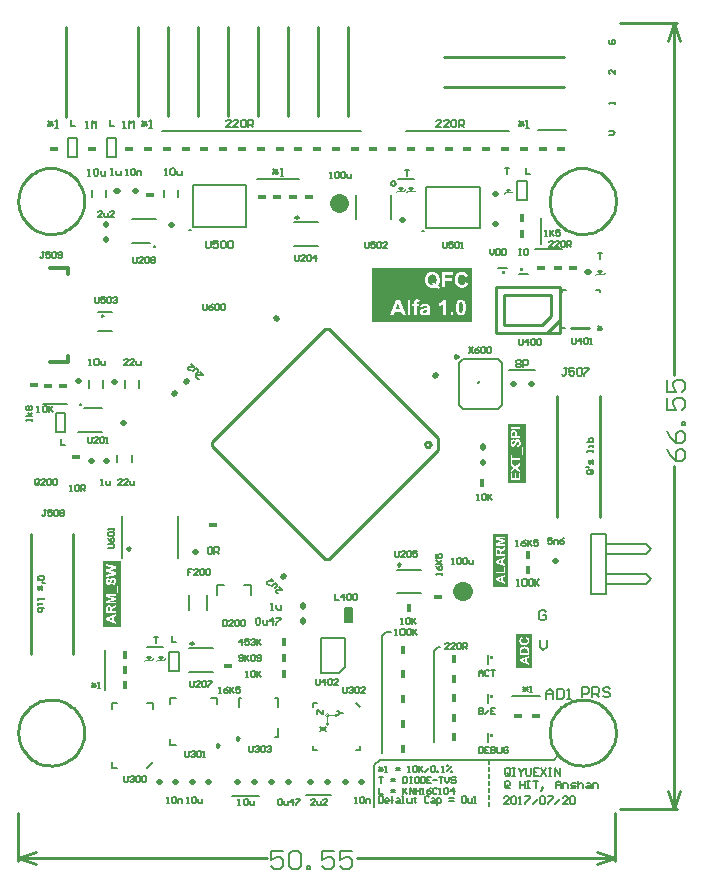
<source format=gto>
%FSLAX25Y25*%
%MOIN*%
G70*
G01*
G75*
%ADD10C,0.01000*%
%ADD11C,0.02000*%
%ADD12C,0.01300*%
%ADD13C,0.01200*%
%ADD14C,0.01500*%
%ADD15C,0.03000*%
%ADD16C,0.02500*%
%ADD17R,0.06700X0.01800*%
%ADD18R,0.08300X0.05900*%
%ADD19R,0.07500X0.09400*%
%ADD20R,0.07500X0.04700*%
%ADD21R,0.05118X0.02756*%
G04:AMPARAMS|DCode=22|XSize=24mil|YSize=36mil|CornerRadius=6mil|HoleSize=0mil|Usage=FLASHONLY|Rotation=270.000|XOffset=0mil|YOffset=0mil|HoleType=Round|Shape=RoundedRectangle|*
%AMROUNDEDRECTD22*
21,1,0.02400,0.02400,0,0,270.0*
21,1,0.01200,0.03600,0,0,270.0*
1,1,0.01200,-0.01200,-0.00600*
1,1,0.01200,-0.01200,0.00600*
1,1,0.01200,0.01200,0.00600*
1,1,0.01200,0.01200,-0.00600*
%
%ADD22ROUNDEDRECTD22*%
%ADD23R,0.04400X0.02400*%
G04:AMPARAMS|DCode=24|XSize=24mil|YSize=36mil|CornerRadius=6mil|HoleSize=0mil|Usage=FLASHONLY|Rotation=180.000|XOffset=0mil|YOffset=0mil|HoleType=Round|Shape=RoundedRectangle|*
%AMROUNDEDRECTD24*
21,1,0.02400,0.02400,0,0,180.0*
21,1,0.01200,0.03600,0,0,180.0*
1,1,0.01200,-0.00600,0.01200*
1,1,0.01200,0.00600,0.01200*
1,1,0.01200,0.00600,-0.01200*
1,1,0.01200,-0.00600,-0.01200*
%
%ADD24ROUNDEDRECTD24*%
%ADD25R,0.01200X0.03200*%
%ADD26R,0.03200X0.01200*%
%ADD27R,0.04400X0.04000*%
%ADD28R,0.04000X0.04400*%
G04:AMPARAMS|DCode=29|XSize=24mil|YSize=36mil|CornerRadius=6mil|HoleSize=0mil|Usage=FLASHONLY|Rotation=135.000|XOffset=0mil|YOffset=0mil|HoleType=Round|Shape=RoundedRectangle|*
%AMROUNDEDRECTD29*
21,1,0.02400,0.02400,0,0,135.0*
21,1,0.01200,0.03600,0,0,135.0*
1,1,0.01200,0.00424,0.01273*
1,1,0.01200,0.01273,0.00424*
1,1,0.01200,-0.00424,-0.01273*
1,1,0.01200,-0.01273,-0.00424*
%
%ADD29ROUNDEDRECTD29*%
%ADD30R,0.02400X0.02000*%
%ADD31R,0.04800X0.03200*%
%ADD32R,0.01600X0.01600*%
%ADD33R,0.02400X0.02400*%
%ADD34R,0.06300X0.03600*%
%ADD35R,0.03600X0.06300*%
%ADD36R,0.02000X0.01200*%
%ADD37R,0.07100X0.04000*%
%ADD38R,0.03200X0.03600*%
G04:AMPARAMS|DCode=39|XSize=28mil|YSize=56mil|CornerRadius=5.6mil|HoleSize=0mil|Usage=FLASHONLY|Rotation=0.000|XOffset=0mil|YOffset=0mil|HoleType=Round|Shape=RoundedRectangle|*
%AMROUNDEDRECTD39*
21,1,0.02800,0.04480,0,0,0.0*
21,1,0.01680,0.05600,0,0,0.0*
1,1,0.01120,0.00840,-0.02240*
1,1,0.01120,-0.00840,-0.02240*
1,1,0.01120,-0.00840,0.02240*
1,1,0.01120,0.00840,0.02240*
%
%ADD39ROUNDEDRECTD39*%
G04:AMPARAMS|DCode=40|XSize=20mil|YSize=12mil|CornerRadius=2.4mil|HoleSize=0mil|Usage=FLASHONLY|Rotation=0.000|XOffset=0mil|YOffset=0mil|HoleType=Round|Shape=RoundedRectangle|*
%AMROUNDEDRECTD40*
21,1,0.02000,0.00720,0,0,0.0*
21,1,0.01520,0.01200,0,0,0.0*
1,1,0.00480,0.00760,-0.00360*
1,1,0.00480,-0.00760,-0.00360*
1,1,0.00480,-0.00760,0.00360*
1,1,0.00480,0.00760,0.00360*
%
%ADD40ROUNDEDRECTD40*%
%ADD41R,0.02000X0.01200*%
G04:AMPARAMS|DCode=42|XSize=24mil|YSize=36mil|CornerRadius=6mil|HoleSize=0mil|Usage=FLASHONLY|Rotation=225.000|XOffset=0mil|YOffset=0mil|HoleType=Round|Shape=RoundedRectangle|*
%AMROUNDEDRECTD42*
21,1,0.02400,0.02400,0,0,225.0*
21,1,0.01200,0.03600,0,0,225.0*
1,1,0.01200,-0.01273,0.00424*
1,1,0.01200,-0.00424,0.01273*
1,1,0.01200,0.01273,-0.00424*
1,1,0.01200,0.00424,-0.01273*
%
%ADD42ROUNDEDRECTD42*%
%ADD43R,0.01800X0.01200*%
%ADD44R,0.02400X0.03600*%
%ADD45R,0.04000X0.05600*%
%ADD46R,0.01200X0.02600*%
%ADD47R,0.02600X0.01200*%
%ADD48R,0.02800X0.05200*%
G04:AMPARAMS|DCode=49|XSize=60mil|YSize=12mil|CornerRadius=0mil|HoleSize=0mil|Usage=FLASHONLY|Rotation=225.000|XOffset=0mil|YOffset=0mil|HoleType=Round|Shape=Rectangle|*
%AMROTATEDRECTD49*
4,1,4,0.01697,0.02546,0.02546,0.01697,-0.01697,-0.02546,-0.02546,-0.01697,0.01697,0.02546,0.0*
%
%ADD49ROTATEDRECTD49*%

G04:AMPARAMS|DCode=50|XSize=12mil|YSize=60mil|CornerRadius=0mil|HoleSize=0mil|Usage=FLASHONLY|Rotation=225.000|XOffset=0mil|YOffset=0mil|HoleType=Round|Shape=Rectangle|*
%AMROTATEDRECTD50*
4,1,4,-0.01697,0.02546,0.02546,-0.01697,0.01697,-0.02546,-0.02546,0.01697,-0.01697,0.02546,0.0*
%
%ADD50ROTATEDRECTD50*%

G04:AMPARAMS|DCode=51|XSize=12mil|YSize=59.06mil|CornerRadius=0mil|HoleSize=0mil|Usage=FLASHONLY|Rotation=225.000|XOffset=0mil|YOffset=0mil|HoleType=Round|Shape=Rectangle|*
%AMROTATEDRECTD51*
4,1,4,-0.01664,0.02512,0.02512,-0.01664,0.01664,-0.02512,-0.02512,0.01664,-0.01664,0.02512,0.0*
%
%ADD51ROTATEDRECTD51*%

%ADD52R,0.06299X0.03150*%
%ADD53R,0.12205X0.08661*%
%ADD54R,0.05200X0.01700*%
%ADD55R,0.02400X0.08700*%
%ADD56R,0.01400X0.03400*%
%ADD57R,0.01200X0.03400*%
%ADD58R,0.03400X0.01200*%
%ADD59R,0.03600X0.02400*%
%ADD60R,0.01575X0.00984*%
%ADD61R,0.04800X0.05600*%
%ADD62C,0.01800*%
%ADD63C,0.05000*%
%ADD64R,0.07400X0.02047*%
%ADD65R,0.03900X0.03500*%
%ADD66R,0.07300X0.04400*%
%ADD67P,0.07036X8X22.5*%
%ADD68C,0.17716*%
%ADD69R,0.01800X0.01800*%
%ADD70R,0.05906X0.05906*%
%ADD71C,0.05906*%
%ADD72P,0.07036X8X112.5*%
%ADD73C,0.02000*%
%ADD74C,0.02200*%
%ADD75C,0.02500*%
%ADD76C,0.04000*%
%ADD77C,0.02300*%
%ADD78C,0.03000*%
%ADD79C,0.04000*%
G04:AMPARAMS|DCode=80|XSize=40mil|YSize=40mil|CornerRadius=20mil|HoleSize=0mil|Usage=FLASHONLY|Rotation=0.000|XOffset=0mil|YOffset=0mil|HoleType=Round|Shape=RoundedRectangle|*
%AMROUNDEDRECTD80*
21,1,0.04000,0.00000,0,0,0.0*
21,1,0.00000,0.04000,0,0,0.0*
1,1,0.04000,0.00000,0.00000*
1,1,0.04000,0.00000,0.00000*
1,1,0.04000,0.00000,0.00000*
1,1,0.04000,0.00000,0.00000*
%
%ADD80ROUNDEDRECTD80*%
G04:AMPARAMS|DCode=81|XSize=40mil|YSize=40mil|CornerRadius=20mil|HoleSize=0mil|Usage=FLASHONLY|Rotation=270.000|XOffset=0mil|YOffset=0mil|HoleType=Round|Shape=RoundedRectangle|*
%AMROUNDEDRECTD81*
21,1,0.04000,0.00000,0,0,270.0*
21,1,0.00000,0.04000,0,0,270.0*
1,1,0.04000,0.00000,0.00000*
1,1,0.04000,0.00000,0.00000*
1,1,0.04000,0.00000,0.00000*
1,1,0.04000,0.00000,0.00000*
%
%ADD81ROUNDEDRECTD81*%
%ADD82R,0.02362X0.09843*%
%ADD83R,0.02400X0.03200*%
%ADD84R,0.03600X0.06300*%
%ADD85R,0.01400X0.07800*%
%ADD86R,0.05600X0.07500*%
%ADD87R,0.07100X0.05600*%
%ADD88R,0.03200X0.06000*%
%ADD89C,0.03500*%
%ADD90C,0.00400*%
%ADD91C,0.00600*%
%ADD92C,0.00800*%
%ADD93C,0.00500*%
%ADD94C,0.00984*%
%ADD95C,0.06300*%
%ADD96C,0.00787*%
%ADD97C,0.00591*%
%ADD98C,0.00700*%
%ADD99R,0.01800X0.03000*%
%ADD100R,0.03000X0.01800*%
%ADD101R,0.02376X0.04559*%
G36*
X-85700Y83300D02*
X-90906D01*
Y101136D01*
X-85700D01*
Y83300D01*
D02*
G37*
G36*
X-79717Y118000D02*
X-85860D01*
Y137797D01*
X-79717D01*
Y118000D01*
D02*
G37*
G36*
X-97622Y181417D02*
X-97592D01*
Y171706D01*
X-131100D01*
Y181277D01*
Y189817D01*
X-97622D01*
Y181417D01*
D02*
G37*
G36*
X-77646Y56300D02*
X-82960D01*
Y67762D01*
X-77646D01*
Y56300D01*
D02*
G37*
G36*
X-214617Y70100D02*
X-220760D01*
Y91976D01*
X-214617D01*
Y70100D01*
D02*
G37*
G36*
X-90598Y46200D02*
X-91598D01*
Y47200D01*
X-90598D01*
Y46200D01*
D02*
G37*
G36*
Y59200D02*
X-91598D01*
Y60200D01*
X-90598D01*
Y59200D01*
D02*
G37*
G36*
X-80700Y188700D02*
X-81700D01*
Y189700D01*
X-80700D01*
Y188700D01*
D02*
G37*
G36*
X-90598Y33200D02*
X-91598D01*
Y34200D01*
X-90598D01*
Y33200D01*
D02*
G37*
G36*
X-86700Y187700D02*
X-87700D01*
Y188700D01*
X-86700D01*
Y187700D01*
D02*
G37*
%LPC*%
G36*
Y96690D02*
X-87325Y96300D01*
X-87393Y96256D01*
X-87451Y96217D01*
X-87510Y96183D01*
X-87564Y96144D01*
X-87652Y96085D01*
X-87725Y96031D01*
X-87779Y95988D01*
X-87813Y95958D01*
X-87837Y95939D01*
X-87842Y95934D01*
X-87896Y95880D01*
X-87944Y95822D01*
X-87993Y95763D01*
X-88032Y95709D01*
X-88066Y95661D01*
X-88091Y95622D01*
X-88105Y95597D01*
X-88110Y95592D01*
Y95587D01*
X-88125Y95666D01*
X-88140Y95734D01*
X-88159Y95802D01*
X-88183Y95861D01*
X-88208Y95919D01*
X-88232Y95973D01*
X-88257Y96017D01*
X-88281Y96061D01*
X-88305Y96095D01*
X-88330Y96129D01*
X-88354Y96153D01*
X-88369Y96178D01*
X-88389Y96193D01*
X-88398Y96207D01*
X-88403Y96217D01*
X-88408D01*
X-88452Y96256D01*
X-88501Y96290D01*
X-88598Y96339D01*
X-88701Y96378D01*
X-88793Y96407D01*
X-88876Y96422D01*
X-88911Y96427D01*
X-88945D01*
X-88969Y96432D01*
X-89003D01*
X-89106Y96427D01*
X-89203Y96412D01*
X-89286Y96388D01*
X-89360Y96363D01*
X-89423Y96334D01*
X-89467Y96315D01*
X-89496Y96295D01*
X-89506Y96290D01*
X-89584Y96232D01*
X-89648Y96173D01*
X-89701Y96110D01*
X-89745Y96051D01*
X-89779Y95997D01*
X-89804Y95953D01*
X-89813Y95924D01*
X-89818Y95919D01*
Y95914D01*
X-89833Y95871D01*
X-89848Y95817D01*
X-89867Y95700D01*
X-89887Y95578D01*
X-89896Y95456D01*
X-89901Y95402D01*
Y95348D01*
Y95300D01*
X-89906Y95256D01*
Y95221D01*
Y95197D01*
Y95178D01*
Y95173D01*
Y93821D01*
X-86700D01*
Y94470D01*
X-88037D01*
Y94597D01*
Y94675D01*
X-88032Y94743D01*
X-88027Y94797D01*
X-88018Y94841D01*
X-88013Y94875D01*
X-88003Y94899D01*
X-87998Y94914D01*
Y94919D01*
X-87983Y94958D01*
X-87964Y94992D01*
X-87920Y95056D01*
X-87901Y95080D01*
X-87881Y95099D01*
X-87871Y95109D01*
X-87866Y95114D01*
X-87847Y95134D01*
X-87818Y95153D01*
X-87749Y95207D01*
X-87676Y95265D01*
X-87593Y95319D01*
X-87515Y95373D01*
X-87486Y95397D01*
X-87451Y95417D01*
X-87427Y95431D01*
X-87408Y95446D01*
X-87398Y95451D01*
X-87393Y95456D01*
X-86700Y95914D01*
Y96690D01*
D02*
G37*
G36*
Y100136D02*
X-89906D01*
Y99160D01*
X-87715Y98589D01*
X-89906Y98008D01*
Y97042D01*
X-86700D01*
Y97642D01*
X-89223D01*
X-86700Y98276D01*
Y98896D01*
X-89223Y99531D01*
X-86700Y99535D01*
Y100136D01*
D02*
G37*
G36*
X-215617Y83798D02*
X-216017D01*
Y81245D01*
X-215617D01*
Y83798D01*
D02*
G37*
G36*
X-217383Y86540D02*
X-217432D01*
X-217539Y86535D01*
X-217637Y86521D01*
X-217725Y86496D01*
X-217798Y86477D01*
X-217857Y86453D01*
X-217905Y86428D01*
X-217930Y86413D01*
X-217940Y86409D01*
X-218013Y86355D01*
X-218081Y86301D01*
X-218135Y86243D01*
X-218184Y86184D01*
X-218218Y86135D01*
X-218247Y86096D01*
X-218262Y86067D01*
X-218267Y86062D01*
Y86057D01*
X-218291Y86013D01*
X-218310Y85965D01*
X-218354Y85852D01*
X-218389Y85740D01*
X-218428Y85623D01*
X-218452Y85520D01*
X-218467Y85476D01*
X-218476Y85437D01*
X-218486Y85403D01*
X-218491Y85379D01*
X-218496Y85364D01*
Y85359D01*
X-218515Y85276D01*
X-218540Y85198D01*
X-218559Y85130D01*
X-218579Y85071D01*
X-218594Y85013D01*
X-218613Y84969D01*
X-218628Y84925D01*
X-218647Y84891D01*
X-218662Y84857D01*
X-218672Y84832D01*
X-218691Y84793D01*
X-218706Y84774D01*
X-218711Y84769D01*
X-218745Y84740D01*
X-218774Y84715D01*
X-218808Y84701D01*
X-218837Y84686D01*
X-218867Y84681D01*
X-218886Y84676D01*
X-218906D01*
X-218950Y84681D01*
X-218989Y84691D01*
X-219023Y84705D01*
X-219052Y84725D01*
X-219077Y84745D01*
X-219091Y84759D01*
X-219101Y84769D01*
X-219106Y84774D01*
X-219145Y84837D01*
X-219174Y84910D01*
X-219194Y84984D01*
X-219208Y85052D01*
X-219218Y85115D01*
X-219223Y85169D01*
Y85189D01*
Y85203D01*
Y85208D01*
Y85213D01*
X-219218Y85311D01*
X-219203Y85394D01*
X-219189Y85462D01*
X-219169Y85520D01*
X-219145Y85564D01*
X-219130Y85594D01*
X-219116Y85613D01*
X-219111Y85618D01*
X-219067Y85667D01*
X-219013Y85706D01*
X-218955Y85735D01*
X-218896Y85760D01*
X-218842Y85779D01*
X-218798Y85789D01*
X-218769Y85799D01*
X-218759D01*
X-218784Y86448D01*
X-218862Y86443D01*
X-218940Y86428D01*
X-219013Y86409D01*
X-219081Y86389D01*
X-219199Y86335D01*
X-219252Y86311D01*
X-219301Y86282D01*
X-219345Y86252D01*
X-219384Y86223D01*
X-219418Y86199D01*
X-219443Y86174D01*
X-219462Y86155D01*
X-219477Y86140D01*
X-219487Y86130D01*
X-219491Y86125D01*
X-219540Y86067D01*
X-219579Y85999D01*
X-219618Y85930D01*
X-219648Y85857D01*
X-219696Y85706D01*
X-219726Y85559D01*
X-219735Y85491D01*
X-219745Y85428D01*
X-219750Y85369D01*
X-219755Y85315D01*
X-219760Y85276D01*
Y85242D01*
Y85223D01*
Y85218D01*
X-219755Y85086D01*
X-219740Y84964D01*
X-219726Y84857D01*
X-219706Y84764D01*
X-219682Y84691D01*
X-219672Y84662D01*
X-219667Y84637D01*
X-219657Y84618D01*
X-219653Y84598D01*
X-219648Y84593D01*
Y84588D01*
X-219604Y84496D01*
X-219550Y84417D01*
X-219496Y84349D01*
X-219443Y84295D01*
X-219394Y84252D01*
X-219355Y84217D01*
X-219330Y84198D01*
X-219325Y84193D01*
X-219321D01*
X-219238Y84149D01*
X-219160Y84115D01*
X-219081Y84091D01*
X-219013Y84076D01*
X-218950Y84066D01*
X-218906Y84056D01*
X-218862D01*
X-218794Y84061D01*
X-218725Y84071D01*
X-218662Y84086D01*
X-218603Y84100D01*
X-218491Y84149D01*
X-218398Y84203D01*
X-218359Y84232D01*
X-218320Y84257D01*
X-218291Y84281D01*
X-218267Y84305D01*
X-218247Y84320D01*
X-218232Y84335D01*
X-218223Y84344D01*
X-218218Y84349D01*
X-218184Y84393D01*
X-218149Y84442D01*
X-218086Y84549D01*
X-218032Y84671D01*
X-217988Y84793D01*
X-217949Y84901D01*
X-217935Y84949D01*
X-217925Y84993D01*
X-217915Y85027D01*
X-217905Y85052D01*
X-217901Y85071D01*
Y85076D01*
X-217881Y85150D01*
X-217866Y85213D01*
X-217852Y85272D01*
X-217837Y85325D01*
X-217823Y85374D01*
X-217813Y85413D01*
X-217803Y85452D01*
X-217793Y85481D01*
X-217779Y85530D01*
X-217769Y85564D01*
X-217759Y85584D01*
Y85589D01*
X-217735Y85647D01*
X-217710Y85696D01*
X-217691Y85735D01*
X-217666Y85769D01*
X-217647Y85794D01*
X-217632Y85808D01*
X-217622Y85818D01*
X-217618Y85823D01*
X-217588Y85847D01*
X-217554Y85862D01*
X-217495Y85882D01*
X-217466Y85886D01*
X-217447Y85891D01*
X-217427D01*
X-217364Y85886D01*
X-217305Y85867D01*
X-217251Y85843D01*
X-217208Y85813D01*
X-217169Y85779D01*
X-217144Y85755D01*
X-217125Y85735D01*
X-217120Y85730D01*
X-217076Y85667D01*
X-217042Y85594D01*
X-217022Y85515D01*
X-217003Y85437D01*
X-216993Y85369D01*
X-216988Y85315D01*
Y85291D01*
Y85276D01*
Y85267D01*
Y85262D01*
X-216993Y85154D01*
X-217012Y85062D01*
X-217037Y84984D01*
X-217061Y84915D01*
X-217091Y84862D01*
X-217110Y84823D01*
X-217129Y84798D01*
X-217134Y84788D01*
X-217198Y84730D01*
X-217271Y84681D01*
X-217349Y84642D01*
X-217422Y84613D01*
X-217495Y84588D01*
X-217549Y84574D01*
X-217574Y84569D01*
X-217588D01*
X-217598Y84564D01*
X-217603D01*
X-217539Y83934D01*
X-217442Y83949D01*
X-217349Y83969D01*
X-217261Y83993D01*
X-217183Y84017D01*
X-217110Y84052D01*
X-217042Y84081D01*
X-216983Y84115D01*
X-216925Y84149D01*
X-216881Y84183D01*
X-216837Y84213D01*
X-216803Y84242D01*
X-216773Y84266D01*
X-216749Y84291D01*
X-216734Y84305D01*
X-216724Y84315D01*
X-216720Y84320D01*
X-216671Y84383D01*
X-216627Y84457D01*
X-216593Y84530D01*
X-216559Y84603D01*
X-216534Y84681D01*
X-216510Y84759D01*
X-216476Y84910D01*
X-216466Y84984D01*
X-216456Y85047D01*
X-216451Y85106D01*
X-216446Y85154D01*
X-216441Y85198D01*
Y85233D01*
Y85252D01*
Y85257D01*
X-216446Y85408D01*
X-216461Y85540D01*
X-216476Y85657D01*
X-216500Y85760D01*
X-216510Y85803D01*
X-216519Y85843D01*
X-216529Y85872D01*
X-216534Y85901D01*
X-216544Y85921D01*
X-216549Y85935D01*
X-216554Y85945D01*
Y85950D01*
X-216602Y86052D01*
X-216661Y86135D01*
X-216720Y86213D01*
X-216778Y86272D01*
X-216827Y86321D01*
X-216871Y86355D01*
X-216900Y86379D01*
X-216905Y86384D01*
X-216910D01*
X-217003Y86438D01*
X-217095Y86477D01*
X-217183Y86501D01*
X-217261Y86521D01*
X-217330Y86531D01*
X-217383Y86540D01*
D02*
G37*
G36*
X-216500Y80972D02*
X-219706D01*
Y79996D01*
X-217515Y79425D01*
X-219706Y78845D01*
Y77878D01*
X-216500D01*
Y78479D01*
X-219023D01*
X-216500Y79113D01*
Y79733D01*
X-219023Y80367D01*
X-216500Y80372D01*
Y80972D01*
D02*
G37*
G36*
Y74316D02*
X-219706Y73028D01*
Y72344D01*
X-216500Y71100D01*
Y71783D01*
X-217227Y72047D01*
Y73340D01*
X-216500Y73613D01*
Y74316D01*
D02*
G37*
G36*
Y77527D02*
X-217125Y77137D01*
X-217193Y77093D01*
X-217251Y77054D01*
X-217310Y77019D01*
X-217364Y76980D01*
X-217452Y76922D01*
X-217525Y76868D01*
X-217579Y76824D01*
X-217613Y76795D01*
X-217637Y76775D01*
X-217642Y76771D01*
X-217696Y76717D01*
X-217744Y76658D01*
X-217793Y76600D01*
X-217832Y76546D01*
X-217866Y76497D01*
X-217891Y76458D01*
X-217905Y76434D01*
X-217910Y76429D01*
Y76424D01*
X-217925Y76502D01*
X-217940Y76570D01*
X-217959Y76639D01*
X-217984Y76697D01*
X-218008Y76756D01*
X-218032Y76810D01*
X-218057Y76854D01*
X-218081Y76897D01*
X-218106Y76932D01*
X-218130Y76966D01*
X-218154Y76990D01*
X-218169Y77015D01*
X-218189Y77029D01*
X-218198Y77044D01*
X-218203Y77054D01*
X-218208D01*
X-218252Y77093D01*
X-218301Y77127D01*
X-218398Y77176D01*
X-218501Y77215D01*
X-218594Y77244D01*
X-218676Y77259D01*
X-218711Y77263D01*
X-218745D01*
X-218769Y77268D01*
X-218803D01*
X-218906Y77263D01*
X-219003Y77249D01*
X-219086Y77224D01*
X-219160Y77200D01*
X-219223Y77171D01*
X-219267Y77151D01*
X-219296Y77132D01*
X-219306Y77127D01*
X-219384Y77068D01*
X-219447Y77010D01*
X-219501Y76946D01*
X-219545Y76888D01*
X-219579Y76834D01*
X-219604Y76790D01*
X-219613Y76761D01*
X-219618Y76756D01*
Y76751D01*
X-219633Y76707D01*
X-219648Y76653D01*
X-219667Y76536D01*
X-219687Y76414D01*
X-219696Y76292D01*
X-219701Y76239D01*
Y76185D01*
Y76136D01*
X-219706Y76092D01*
Y76058D01*
Y76034D01*
Y76014D01*
Y76009D01*
Y74657D01*
X-216500D01*
Y75307D01*
X-217837D01*
Y75433D01*
Y75511D01*
X-217832Y75580D01*
X-217827Y75634D01*
X-217818Y75677D01*
X-217813Y75712D01*
X-217803Y75736D01*
X-217798Y75751D01*
Y75756D01*
X-217783Y75795D01*
X-217764Y75829D01*
X-217720Y75892D01*
X-217701Y75917D01*
X-217681Y75936D01*
X-217671Y75946D01*
X-217666Y75951D01*
X-217647Y75970D01*
X-217618Y75990D01*
X-217549Y76043D01*
X-217476Y76102D01*
X-217393Y76156D01*
X-217315Y76209D01*
X-217286Y76234D01*
X-217251Y76253D01*
X-217227Y76268D01*
X-217208Y76283D01*
X-217198Y76287D01*
X-217193Y76292D01*
X-216500Y76751D01*
Y77527D01*
D02*
G37*
G36*
X-80717Y129887D02*
X-81117D01*
Y127335D01*
X-80717D01*
Y129887D01*
D02*
G37*
G36*
X-82483Y132630D02*
X-82532D01*
X-82639Y132625D01*
X-82737Y132610D01*
X-82825Y132586D01*
X-82898Y132566D01*
X-82957Y132542D01*
X-83005Y132518D01*
X-83030Y132503D01*
X-83040Y132498D01*
X-83113Y132444D01*
X-83181Y132391D01*
X-83235Y132332D01*
X-83284Y132274D01*
X-83318Y132225D01*
X-83347Y132186D01*
X-83362Y132157D01*
X-83367Y132152D01*
Y132147D01*
X-83391Y132103D01*
X-83411Y132054D01*
X-83454Y131942D01*
X-83489Y131830D01*
X-83528Y131712D01*
X-83552Y131610D01*
X-83567Y131566D01*
X-83576Y131527D01*
X-83586Y131493D01*
X-83591Y131468D01*
X-83596Y131454D01*
Y131449D01*
X-83615Y131366D01*
X-83640Y131288D01*
X-83659Y131219D01*
X-83679Y131161D01*
X-83693Y131102D01*
X-83713Y131059D01*
X-83728Y131015D01*
X-83747Y130980D01*
X-83762Y130946D01*
X-83772Y130922D01*
X-83791Y130883D01*
X-83806Y130863D01*
X-83811Y130858D01*
X-83845Y130829D01*
X-83874Y130805D01*
X-83908Y130790D01*
X-83938Y130775D01*
X-83967Y130771D01*
X-83986Y130766D01*
X-84006D01*
X-84050Y130771D01*
X-84089Y130780D01*
X-84123Y130795D01*
X-84152Y130815D01*
X-84177Y130834D01*
X-84191Y130849D01*
X-84201Y130858D01*
X-84206Y130863D01*
X-84245Y130927D01*
X-84274Y131000D01*
X-84294Y131073D01*
X-84308Y131141D01*
X-84318Y131205D01*
X-84323Y131259D01*
Y131278D01*
Y131293D01*
Y131298D01*
Y131302D01*
X-84318Y131400D01*
X-84303Y131483D01*
X-84289Y131551D01*
X-84269Y131610D01*
X-84245Y131654D01*
X-84230Y131683D01*
X-84216Y131703D01*
X-84211Y131708D01*
X-84167Y131756D01*
X-84113Y131795D01*
X-84055Y131825D01*
X-83996Y131849D01*
X-83942Y131869D01*
X-83899Y131878D01*
X-83869Y131888D01*
X-83859D01*
X-83884Y132537D01*
X-83962Y132532D01*
X-84040Y132518D01*
X-84113Y132498D01*
X-84181Y132479D01*
X-84299Y132425D01*
X-84352Y132401D01*
X-84401Y132371D01*
X-84445Y132342D01*
X-84484Y132313D01*
X-84518Y132288D01*
X-84543Y132264D01*
X-84562Y132244D01*
X-84577Y132230D01*
X-84587Y132220D01*
X-84591Y132215D01*
X-84640Y132157D01*
X-84679Y132088D01*
X-84718Y132020D01*
X-84748Y131947D01*
X-84796Y131795D01*
X-84826Y131649D01*
X-84835Y131581D01*
X-84845Y131517D01*
X-84850Y131459D01*
X-84855Y131405D01*
X-84860Y131366D01*
Y131332D01*
Y131312D01*
Y131307D01*
X-84855Y131176D01*
X-84840Y131054D01*
X-84826Y130946D01*
X-84806Y130853D01*
X-84782Y130780D01*
X-84772Y130751D01*
X-84767Y130727D01*
X-84757Y130707D01*
X-84753Y130688D01*
X-84748Y130683D01*
Y130678D01*
X-84704Y130585D01*
X-84650Y130507D01*
X-84596Y130439D01*
X-84543Y130385D01*
X-84494Y130341D01*
X-84455Y130307D01*
X-84430Y130287D01*
X-84425Y130283D01*
X-84421D01*
X-84338Y130239D01*
X-84260Y130204D01*
X-84181Y130180D01*
X-84113Y130165D01*
X-84050Y130156D01*
X-84006Y130146D01*
X-83962D01*
X-83894Y130151D01*
X-83825Y130161D01*
X-83762Y130175D01*
X-83703Y130190D01*
X-83591Y130239D01*
X-83498Y130292D01*
X-83459Y130322D01*
X-83420Y130346D01*
X-83391Y130370D01*
X-83367Y130395D01*
X-83347Y130409D01*
X-83332Y130424D01*
X-83323Y130434D01*
X-83318Y130439D01*
X-83284Y130483D01*
X-83249Y130531D01*
X-83186Y130639D01*
X-83132Y130761D01*
X-83088Y130883D01*
X-83049Y130990D01*
X-83035Y131039D01*
X-83025Y131083D01*
X-83015Y131117D01*
X-83005Y131141D01*
X-83001Y131161D01*
Y131166D01*
X-82981Y131239D01*
X-82966Y131302D01*
X-82952Y131361D01*
X-82937Y131415D01*
X-82923Y131464D01*
X-82913Y131503D01*
X-82903Y131542D01*
X-82893Y131571D01*
X-82879Y131620D01*
X-82869Y131654D01*
X-82859Y131673D01*
Y131678D01*
X-82835Y131737D01*
X-82810Y131786D01*
X-82791Y131825D01*
X-82766Y131859D01*
X-82747Y131883D01*
X-82732Y131898D01*
X-82722Y131908D01*
X-82718Y131913D01*
X-82688Y131937D01*
X-82654Y131951D01*
X-82595Y131971D01*
X-82566Y131976D01*
X-82547Y131981D01*
X-82527D01*
X-82464Y131976D01*
X-82405Y131956D01*
X-82351Y131932D01*
X-82308Y131903D01*
X-82269Y131869D01*
X-82244Y131844D01*
X-82225Y131825D01*
X-82220Y131820D01*
X-82176Y131756D01*
X-82142Y131683D01*
X-82122Y131605D01*
X-82103Y131527D01*
X-82093Y131459D01*
X-82088Y131405D01*
Y131381D01*
Y131366D01*
Y131356D01*
Y131351D01*
X-82093Y131244D01*
X-82112Y131151D01*
X-82137Y131073D01*
X-82161Y131005D01*
X-82191Y130951D01*
X-82210Y130912D01*
X-82230Y130888D01*
X-82234Y130878D01*
X-82298Y130819D01*
X-82371Y130771D01*
X-82449Y130731D01*
X-82522Y130702D01*
X-82595Y130678D01*
X-82649Y130663D01*
X-82674Y130658D01*
X-82688D01*
X-82698Y130653D01*
X-82703D01*
X-82639Y130024D01*
X-82542Y130039D01*
X-82449Y130058D01*
X-82361Y130082D01*
X-82283Y130107D01*
X-82210Y130141D01*
X-82142Y130170D01*
X-82083Y130204D01*
X-82025Y130239D01*
X-81981Y130273D01*
X-81937Y130302D01*
X-81903Y130331D01*
X-81873Y130356D01*
X-81849Y130380D01*
X-81834Y130395D01*
X-81824Y130405D01*
X-81820Y130409D01*
X-81771Y130473D01*
X-81727Y130546D01*
X-81693Y130619D01*
X-81659Y130693D01*
X-81634Y130771D01*
X-81610Y130849D01*
X-81576Y131000D01*
X-81566Y131073D01*
X-81556Y131137D01*
X-81551Y131195D01*
X-81546Y131244D01*
X-81541Y131288D01*
Y131322D01*
Y131342D01*
Y131346D01*
X-81546Y131498D01*
X-81561Y131629D01*
X-81576Y131747D01*
X-81600Y131849D01*
X-81610Y131893D01*
X-81620Y131932D01*
X-81629Y131961D01*
X-81634Y131991D01*
X-81644Y132010D01*
X-81649Y132025D01*
X-81654Y132035D01*
Y132039D01*
X-81703Y132142D01*
X-81761Y132225D01*
X-81820Y132303D01*
X-81878Y132361D01*
X-81927Y132410D01*
X-81971Y132444D01*
X-82000Y132469D01*
X-82005Y132474D01*
X-82010D01*
X-82103Y132527D01*
X-82195Y132566D01*
X-82283Y132591D01*
X-82361Y132610D01*
X-82430Y132620D01*
X-82483Y132630D01*
D02*
G37*
G36*
X-84264Y127281D02*
X-84806D01*
Y124749D01*
X-84264D01*
Y125690D01*
X-81600D01*
Y126339D01*
X-84264D01*
Y127281D01*
D02*
G37*
G36*
X-81600Y121435D02*
X-82142D01*
Y119649D01*
X-83010D01*
Y121250D01*
X-83552D01*
Y119649D01*
X-84264D01*
Y121372D01*
X-84806D01*
Y119000D01*
X-81600D01*
Y121435D01*
D02*
G37*
G36*
Y124636D02*
X-83269Y123533D01*
X-84806Y124539D01*
Y123782D01*
X-83845Y123148D01*
X-84806Y122519D01*
Y121762D01*
X-83269Y122767D01*
X-81600Y121660D01*
Y122435D01*
X-82683Y123148D01*
X-81600Y123856D01*
Y124636D01*
D02*
G37*
G36*
X-86700Y90127D02*
X-87242D01*
Y88521D01*
X-89877D01*
Y87872D01*
X-86700D01*
Y90127D01*
D02*
G37*
G36*
Y93479D02*
X-89906Y92191D01*
Y91508D01*
X-86700Y90263D01*
Y90947D01*
X-87427Y91210D01*
Y92503D01*
X-86700Y92777D01*
Y93479D01*
D02*
G37*
G36*
Y87516D02*
X-89906Y86228D01*
Y85544D01*
X-86700Y84300D01*
Y84983D01*
X-87427Y85247D01*
Y86540D01*
X-86700Y86813D01*
Y87516D01*
D02*
G37*
G36*
X-83767Y135636D02*
X-83815D01*
X-83952Y135626D01*
X-84074Y135607D01*
X-84181Y135577D01*
X-84274Y135543D01*
X-84343Y135504D01*
X-84372Y135489D01*
X-84396Y135475D01*
X-84416Y135465D01*
X-84430Y135455D01*
X-84435Y135446D01*
X-84440D01*
X-84523Y135372D01*
X-84591Y135294D01*
X-84650Y135221D01*
X-84689Y135148D01*
X-84723Y135084D01*
X-84743Y135031D01*
X-84748Y135011D01*
X-84753Y135002D01*
X-84757Y134992D01*
Y134987D01*
X-84767Y134948D01*
X-84772Y134904D01*
X-84782Y134850D01*
X-84787Y134792D01*
X-84796Y134665D01*
X-84801Y134533D01*
Y134470D01*
X-84806Y134411D01*
Y134357D01*
Y134313D01*
Y134269D01*
Y134240D01*
Y134221D01*
Y134216D01*
Y133181D01*
X-81600D01*
Y133830D01*
X-82810D01*
Y134250D01*
Y134328D01*
Y134406D01*
X-82815Y134475D01*
Y134538D01*
X-82820Y134601D01*
X-82825Y134655D01*
X-82830Y134704D01*
X-82835Y134748D01*
Y134787D01*
X-82840Y134821D01*
X-82844Y134850D01*
X-82849Y134875D01*
Y134894D01*
X-82854Y134909D01*
Y134914D01*
Y134919D01*
X-82874Y134982D01*
X-82893Y135045D01*
X-82918Y135099D01*
X-82947Y135153D01*
X-82966Y135192D01*
X-82986Y135226D01*
X-83001Y135250D01*
X-83005Y135255D01*
X-83054Y135314D01*
X-83103Y135368D01*
X-83157Y135416D01*
X-83210Y135455D01*
X-83254Y135485D01*
X-83289Y135509D01*
X-83313Y135524D01*
X-83323Y135529D01*
X-83401Y135563D01*
X-83484Y135592D01*
X-83567Y135611D01*
X-83645Y135621D01*
X-83713Y135631D01*
X-83767Y135636D01*
D02*
G37*
G36*
X-81600Y136797D02*
X-84806D01*
Y136148D01*
X-81600D01*
Y136797D01*
D02*
G37*
G36*
X-113303Y177796D02*
X-113546D01*
X-113663Y177788D01*
X-113780Y177772D01*
X-113881Y177757D01*
X-113983Y177733D01*
X-114069Y177710D01*
X-114155Y177686D01*
X-114225Y177663D01*
X-114287Y177639D01*
X-114342Y177616D01*
X-114389Y177593D01*
X-114428Y177569D01*
X-114459Y177553D01*
X-114483Y177538D01*
X-114491Y177530D01*
X-114498D01*
X-114623Y177421D01*
X-114733Y177296D01*
X-114826Y177171D01*
X-114897Y177038D01*
X-114944Y176921D01*
X-114983Y176827D01*
X-114998Y176796D01*
X-115006Y176765D01*
X-115014Y176749D01*
Y176741D01*
X-114131Y176577D01*
X-114100Y176663D01*
X-114061Y176741D01*
X-114022Y176804D01*
X-113983Y176851D01*
X-113952Y176890D01*
X-113920Y176913D01*
X-113905Y176929D01*
X-113897Y176937D01*
X-113835Y176976D01*
X-113772Y176999D01*
X-113631Y177030D01*
X-113577Y177038D01*
X-113530Y177046D01*
X-113483D01*
X-113350Y177038D01*
X-113233Y177030D01*
X-113139Y177007D01*
X-113069Y176983D01*
X-113014Y176960D01*
X-112983Y176944D01*
X-112960Y176929D01*
X-112952Y176921D01*
X-112905Y176866D01*
X-112874Y176804D01*
X-112843Y176741D01*
X-112827Y176671D01*
X-112819Y176609D01*
X-112811Y176562D01*
Y176530D01*
Y176515D01*
Y176421D01*
X-112866Y176398D01*
X-112928Y176374D01*
X-113077Y176335D01*
X-113233Y176296D01*
X-113389Y176257D01*
X-113538Y176226D01*
X-113600Y176210D01*
X-113663Y176202D01*
X-113709Y176195D01*
X-113741Y176187D01*
X-113764Y176179D01*
X-113772D01*
X-113952Y176140D01*
X-114108Y176101D01*
X-114241Y176062D01*
X-114350Y176023D01*
X-114436Y175992D01*
X-114498Y175968D01*
X-114537Y175952D01*
X-114553Y175945D01*
X-114647Y175890D01*
X-114733Y175828D01*
X-114803Y175765D01*
X-114858Y175703D01*
X-114904Y175648D01*
X-114936Y175601D01*
X-114959Y175570D01*
X-114967Y175562D01*
X-115014Y175468D01*
X-115053Y175375D01*
X-115076Y175281D01*
X-115100Y175195D01*
X-115108Y175117D01*
X-115115Y175062D01*
Y175023D01*
Y175007D01*
X-115100Y174836D01*
X-115061Y174680D01*
X-115014Y174547D01*
X-114951Y174430D01*
X-114889Y174336D01*
X-114842Y174266D01*
X-114803Y174226D01*
X-114787Y174211D01*
X-114655Y174109D01*
X-114506Y174031D01*
X-114358Y173984D01*
X-114209Y173945D01*
X-114084Y173922D01*
X-114022Y173914D01*
X-113975D01*
X-113936Y173906D01*
X-113881D01*
X-113764Y173914D01*
X-113647Y173922D01*
X-113546Y173945D01*
X-113460Y173969D01*
X-113382Y173984D01*
X-113319Y174008D01*
X-113288Y174016D01*
X-113272Y174023D01*
X-113163Y174078D01*
X-113069Y174133D01*
X-112975Y174195D01*
X-112897Y174258D01*
X-112827Y174312D01*
X-112780Y174359D01*
X-112741Y174390D01*
X-112733Y174398D01*
X-112725Y174367D01*
X-112718Y174328D01*
X-112702Y174297D01*
Y174289D01*
Y174281D01*
X-112679Y174219D01*
X-112663Y174156D01*
X-112640Y174109D01*
X-112624Y174070D01*
X-112616Y174039D01*
X-112608Y174016D01*
X-112601Y174008D01*
Y174000D01*
X-111632D01*
X-111679Y174101D01*
X-111718Y174187D01*
X-111749Y174273D01*
X-111773Y174344D01*
X-111788Y174406D01*
X-111804Y174453D01*
X-111812Y174484D01*
Y174492D01*
X-111827Y174594D01*
X-111835Y174703D01*
X-111851Y174828D01*
Y174945D01*
X-111859Y175054D01*
Y175140D01*
Y175171D01*
Y175195D01*
Y175210D01*
Y175218D01*
X-111843Y176359D01*
Y176476D01*
X-111851Y176577D01*
X-111859Y176679D01*
X-111866Y176765D01*
X-111874Y176851D01*
X-111882Y176921D01*
X-111898Y176983D01*
X-111905Y177038D01*
X-111937Y177132D01*
X-111952Y177194D01*
X-111968Y177233D01*
X-111976Y177241D01*
X-112030Y177327D01*
X-112101Y177405D01*
X-112179Y177476D01*
X-112249Y177530D01*
X-112319Y177577D01*
X-112374Y177608D01*
X-112413Y177632D01*
X-112429Y177639D01*
X-112491Y177671D01*
X-112562Y177694D01*
X-112718Y177733D01*
X-112882Y177757D01*
X-113038Y177780D01*
X-113186Y177788D01*
X-113249D01*
X-113303Y177796D01*
D02*
G37*
G36*
X-106571Y179147D02*
X-107376D01*
X-107446Y178975D01*
X-107540Y178819D01*
X-107641Y178678D01*
X-107743Y178561D01*
X-107844Y178460D01*
X-107922Y178389D01*
X-107946Y178366D01*
X-107969Y178342D01*
X-107985Y178334D01*
X-107993Y178327D01*
X-108157Y178202D01*
X-108313Y178108D01*
X-108453Y178022D01*
X-108578Y177960D01*
X-108680Y177905D01*
X-108758Y177874D01*
X-108789Y177866D01*
X-108813Y177858D01*
X-108820Y177850D01*
X-108828D01*
Y176960D01*
X-108563Y177061D01*
X-108321Y177179D01*
X-108110Y177296D01*
X-108008Y177358D01*
X-107922Y177421D01*
X-107836Y177476D01*
X-107766Y177530D01*
X-107704Y177577D01*
X-107649Y177616D01*
X-107610Y177655D01*
X-107579Y177679D01*
X-107563Y177694D01*
X-107555Y177702D01*
Y174000D01*
X-106571D01*
Y179147D01*
D02*
G37*
G36*
X-121832Y179131D02*
X-122925D01*
X-124917Y174000D01*
X-123823D01*
X-123402Y175164D01*
X-121332D01*
X-120895Y174000D01*
X-119770D01*
X-121832Y179131D01*
D02*
G37*
G36*
X-118247D02*
X-119231D01*
Y174000D01*
X-118247D01*
Y179131D01*
D02*
G37*
G36*
X-103924Y174984D02*
X-104908D01*
Y174000D01*
X-103924D01*
Y174984D01*
D02*
G37*
G36*
X-104161Y188331D02*
X-107676D01*
Y183200D01*
X-106637D01*
Y185379D01*
X-104497D01*
Y186246D01*
X-106637D01*
Y187464D01*
X-104161D01*
Y188331D01*
D02*
G37*
G36*
X-100998Y188417D02*
X-101092D01*
X-101287Y188409D01*
X-101475Y188386D01*
X-101654Y188355D01*
X-101818Y188308D01*
X-101974Y188253D01*
X-102115Y188191D01*
X-102248Y188128D01*
X-102365Y188066D01*
X-102474Y187995D01*
X-102568Y187933D01*
X-102646Y187870D01*
X-102717Y187816D01*
X-102763Y187769D01*
X-102802Y187738D01*
X-102826Y187714D01*
X-102834Y187706D01*
X-102951Y187566D01*
X-103052Y187417D01*
X-103138Y187261D01*
X-103216Y187097D01*
X-103279Y186933D01*
X-103326Y186761D01*
X-103373Y186605D01*
X-103404Y186441D01*
X-103435Y186293D01*
X-103458Y186160D01*
X-103466Y186035D01*
X-103482Y185926D01*
Y185840D01*
X-103490Y185769D01*
Y185730D01*
Y185715D01*
X-103482Y185496D01*
X-103458Y185285D01*
X-103427Y185090D01*
X-103388Y184910D01*
X-103333Y184739D01*
X-103279Y184582D01*
X-103224Y184434D01*
X-103162Y184309D01*
X-103099Y184192D01*
X-103044Y184090D01*
X-102982Y184004D01*
X-102935Y183934D01*
X-102896Y183879D01*
X-102865Y183840D01*
X-102841Y183817D01*
X-102834Y183809D01*
X-102709Y183684D01*
X-102576Y183583D01*
X-102435Y183489D01*
X-102295Y183411D01*
X-102154Y183341D01*
X-102014Y183286D01*
X-101881Y183239D01*
X-101748Y183200D01*
X-101623Y183169D01*
X-101514Y183153D01*
X-101412Y183138D01*
X-101326Y183122D01*
X-101256D01*
X-101201Y183114D01*
X-101154D01*
X-101006Y183122D01*
X-100858Y183130D01*
X-100725Y183153D01*
X-100592Y183177D01*
X-100475Y183208D01*
X-100366Y183239D01*
X-100264Y183278D01*
X-100170Y183317D01*
X-100084Y183356D01*
X-100006Y183395D01*
X-99944Y183426D01*
X-99889Y183458D01*
X-99850Y183481D01*
X-99819Y183505D01*
X-99803Y183512D01*
X-99796Y183520D01*
X-99694Y183598D01*
X-99608Y183692D01*
X-99444Y183887D01*
X-99311Y184098D01*
X-99210Y184301D01*
X-99163Y184395D01*
X-99124Y184489D01*
X-99093Y184567D01*
X-99069Y184637D01*
X-99046Y184699D01*
X-99030Y184739D01*
X-99022Y184770D01*
Y184778D01*
X-100030Y185090D01*
X-100084Y184887D01*
X-100155Y184723D01*
X-100225Y184575D01*
X-100295Y184457D01*
X-100358Y184371D01*
X-100412Y184301D01*
X-100444Y184270D01*
X-100459Y184254D01*
X-100576Y184168D01*
X-100694Y184106D01*
X-100811Y184059D01*
X-100928Y184028D01*
X-101022Y184012D01*
X-101100Y184004D01*
X-101131Y183997D01*
X-101170D01*
X-101272Y184004D01*
X-101365Y184012D01*
X-101545Y184059D01*
X-101701Y184122D01*
X-101834Y184200D01*
X-101936Y184278D01*
X-102014Y184340D01*
X-102060Y184387D01*
X-102068Y184395D01*
X-102076Y184403D01*
X-102138Y184489D01*
X-102185Y184582D01*
X-102232Y184684D01*
X-102271Y184793D01*
X-102334Y185028D01*
X-102373Y185254D01*
X-102388Y185363D01*
X-102404Y185465D01*
X-102412Y185551D01*
Y185637D01*
X-102420Y185699D01*
Y185754D01*
Y185785D01*
Y185793D01*
X-102412Y185957D01*
X-102404Y186113D01*
X-102388Y186261D01*
X-102365Y186387D01*
X-102342Y186511D01*
X-102310Y186621D01*
X-102279Y186714D01*
X-102240Y186800D01*
X-102209Y186879D01*
X-102178Y186941D01*
X-102146Y186996D01*
X-102123Y187042D01*
X-102100Y187074D01*
X-102084Y187105D01*
X-102068Y187113D01*
Y187121D01*
X-101998Y187191D01*
X-101928Y187261D01*
X-101849Y187316D01*
X-101779Y187363D01*
X-101623Y187433D01*
X-101475Y187480D01*
X-101342Y187511D01*
X-101287Y187519D01*
X-101240Y187527D01*
X-101201Y187534D01*
X-101147D01*
X-100998Y187527D01*
X-100865Y187496D01*
X-100741Y187464D01*
X-100639Y187417D01*
X-100553Y187378D01*
X-100498Y187339D01*
X-100459Y187308D01*
X-100444Y187300D01*
X-100342Y187206D01*
X-100264Y187105D01*
X-100194Y187004D01*
X-100147Y186902D01*
X-100108Y186808D01*
X-100077Y186738D01*
X-100069Y186691D01*
X-100061Y186683D01*
Y186676D01*
X-99038Y186918D01*
X-99108Y187136D01*
X-99194Y187324D01*
X-99288Y187480D01*
X-99374Y187613D01*
X-99452Y187722D01*
X-99514Y187792D01*
X-99553Y187839D01*
X-99561Y187855D01*
X-99569D01*
X-99686Y187956D01*
X-99803Y188042D01*
X-99928Y188112D01*
X-100053Y188183D01*
X-100178Y188237D01*
X-100311Y188277D01*
X-100428Y188316D01*
X-100553Y188347D01*
X-100662Y188370D01*
X-100764Y188386D01*
X-100858Y188401D01*
X-100936Y188409D01*
X-100998Y188417D01*
D02*
G37*
G36*
X-115904Y179217D02*
X-115974D01*
X-116123Y179209D01*
X-116256Y179194D01*
X-116373Y179170D01*
X-116474Y179147D01*
X-116552Y179116D01*
X-116615Y179092D01*
X-116646Y179077D01*
X-116662Y179069D01*
X-116755Y179006D01*
X-116833Y178944D01*
X-116896Y178881D01*
X-116943Y178819D01*
X-116982Y178772D01*
X-117005Y178725D01*
X-117021Y178694D01*
X-117029Y178686D01*
X-117060Y178592D01*
X-117084Y178483D01*
X-117099Y178366D01*
X-117107Y178256D01*
X-117115Y178155D01*
X-117122Y178069D01*
Y178038D01*
Y178014D01*
Y177999D01*
Y177991D01*
Y177718D01*
X-117669D01*
Y176944D01*
X-117122D01*
Y174000D01*
X-116139D01*
Y176944D01*
X-115404D01*
Y177718D01*
X-116139D01*
Y177975D01*
X-116131Y178077D01*
X-116123Y178155D01*
X-116107Y178225D01*
X-116092Y178280D01*
X-116076Y178319D01*
X-116060Y178342D01*
X-116045Y178358D01*
Y178366D01*
X-116006Y178397D01*
X-115959Y178428D01*
X-115857Y178452D01*
X-115810Y178460D01*
X-115771Y178467D01*
X-115740D01*
X-115576Y178460D01*
X-115498Y178452D01*
X-115428Y178436D01*
X-115365Y178428D01*
X-115318Y178413D01*
X-115287Y178405D01*
X-115279D01*
X-115147Y179092D01*
X-115295Y179131D01*
X-115443Y179162D01*
X-115584Y179186D01*
X-115709Y179201D01*
X-115818Y179209D01*
X-115904Y179217D01*
D02*
G37*
G36*
X-110917Y188417D02*
X-110964D01*
X-111175Y188409D01*
X-111378Y188386D01*
X-111565Y188355D01*
X-111737Y188308D01*
X-111901Y188253D01*
X-112049Y188198D01*
X-112190Y188128D01*
X-112307Y188066D01*
X-112424Y188003D01*
X-112518Y187941D01*
X-112604Y187878D01*
X-112666Y187823D01*
X-112721Y187777D01*
X-112760Y187745D01*
X-112784Y187722D01*
X-112791Y187714D01*
X-112908Y187581D01*
X-113010Y187433D01*
X-113096Y187277D01*
X-113174Y187113D01*
X-113236Y186957D01*
X-113291Y186793D01*
X-113338Y186629D01*
X-113369Y186480D01*
X-113400Y186332D01*
X-113416Y186199D01*
X-113432Y186074D01*
X-113447Y185973D01*
Y185879D01*
X-113455Y185816D01*
Y185777D01*
Y185762D01*
X-113447Y185535D01*
X-113424Y185317D01*
X-113393Y185113D01*
X-113354Y184918D01*
X-113299Y184746D01*
X-113244Y184582D01*
X-113182Y184442D01*
X-113119Y184309D01*
X-113065Y184192D01*
X-113002Y184090D01*
X-112948Y184004D01*
X-112893Y183926D01*
X-112854Y183872D01*
X-112823Y183833D01*
X-112799Y183809D01*
X-112791Y183801D01*
X-112659Y183676D01*
X-112518Y183575D01*
X-112370Y183481D01*
X-112221Y183403D01*
X-112065Y183333D01*
X-111909Y183278D01*
X-111760Y183231D01*
X-111612Y183192D01*
X-111479Y183161D01*
X-111346Y183145D01*
X-111237Y183130D01*
X-111136Y183114D01*
X-111050D01*
X-110995Y183106D01*
X-110940D01*
X-110714Y183114D01*
X-110503Y183138D01*
X-110316Y183177D01*
X-110152Y183216D01*
X-110081Y183239D01*
X-110011Y183255D01*
X-109956Y183278D01*
X-109909Y183294D01*
X-109870Y183301D01*
X-109847Y183317D01*
X-109831Y183325D01*
X-109824D01*
X-109706Y183247D01*
X-109613Y183184D01*
X-109519Y183122D01*
X-109449Y183075D01*
X-109378Y183028D01*
X-109324Y182997D01*
X-109277Y182966D01*
X-109238Y182934D01*
X-109183Y182903D01*
X-109152Y182880D01*
X-109136Y182872D01*
X-108972Y182794D01*
X-108894Y182763D01*
X-108824Y182731D01*
X-108761Y182708D01*
X-108714Y182692D01*
X-108683Y182677D01*
X-108676D01*
X-108293Y183411D01*
X-108457Y183473D01*
X-108613Y183544D01*
X-108754Y183614D01*
X-108879Y183684D01*
X-108980Y183747D01*
X-109058Y183794D01*
X-109082Y183817D01*
X-109105Y183825D01*
X-109113Y183840D01*
X-109121D01*
X-109011Y183973D01*
X-108925Y184106D01*
X-108847Y184239D01*
X-108785Y184348D01*
X-108738Y184450D01*
X-108699Y184528D01*
X-108691Y184551D01*
X-108683Y184575D01*
X-108676Y184582D01*
Y184590D01*
X-108613Y184785D01*
X-108566Y184981D01*
X-108535Y185176D01*
X-108511Y185363D01*
X-108504Y185442D01*
X-108496Y185520D01*
Y185582D01*
X-108488Y185644D01*
Y185691D01*
Y185723D01*
Y185746D01*
Y185754D01*
X-108496Y185988D01*
X-108519Y186199D01*
X-108551Y186402D01*
X-108590Y186597D01*
X-108644Y186769D01*
X-108699Y186933D01*
X-108761Y187074D01*
X-108824Y187206D01*
X-108886Y187324D01*
X-108949Y187425D01*
X-109003Y187511D01*
X-109058Y187589D01*
X-109097Y187644D01*
X-109128Y187683D01*
X-109152Y187706D01*
X-109160Y187714D01*
X-109292Y187839D01*
X-109425Y187949D01*
X-109574Y188042D01*
X-109722Y188120D01*
X-109870Y188191D01*
X-110019Y188245D01*
X-110167Y188292D01*
X-110308Y188331D01*
X-110441Y188355D01*
X-110565Y188378D01*
X-110683Y188394D01*
X-110776Y188409D01*
X-110854D01*
X-110917Y188417D01*
D02*
G37*
G36*
X-79681Y66762D02*
X-79686D01*
X-79881Y66133D01*
X-79754Y66099D01*
X-79652Y66055D01*
X-79559Y66011D01*
X-79486Y65967D01*
X-79432Y65928D01*
X-79388Y65894D01*
X-79369Y65874D01*
X-79359Y65864D01*
X-79305Y65791D01*
X-79266Y65718D01*
X-79237Y65645D01*
X-79217Y65572D01*
X-79207Y65513D01*
X-79203Y65464D01*
X-79198Y65445D01*
Y65430D01*
Y65425D01*
Y65420D01*
X-79203Y65357D01*
X-79207Y65298D01*
X-79237Y65186D01*
X-79276Y65088D01*
X-79325Y65005D01*
X-79373Y64942D01*
X-79413Y64893D01*
X-79442Y64864D01*
X-79447Y64859D01*
X-79452Y64854D01*
X-79505Y64815D01*
X-79564Y64786D01*
X-79627Y64757D01*
X-79695Y64732D01*
X-79842Y64693D01*
X-79983Y64669D01*
X-80052Y64659D01*
X-80115Y64649D01*
X-80169Y64644D01*
X-80223D01*
X-80262Y64640D01*
X-80320D01*
X-80423Y64644D01*
X-80520Y64649D01*
X-80613Y64659D01*
X-80691Y64674D01*
X-80769Y64688D01*
X-80837Y64708D01*
X-80896Y64727D01*
X-80950Y64752D01*
X-80998Y64771D01*
X-81037Y64791D01*
X-81072Y64810D01*
X-81101Y64825D01*
X-81121Y64840D01*
X-81140Y64849D01*
X-81145Y64859D01*
X-81150D01*
X-81194Y64903D01*
X-81238Y64947D01*
X-81272Y64996D01*
X-81301Y65040D01*
X-81345Y65137D01*
X-81374Y65230D01*
X-81394Y65313D01*
X-81399Y65347D01*
X-81403Y65376D01*
X-81408Y65401D01*
Y65420D01*
Y65430D01*
Y65435D01*
X-81403Y65528D01*
X-81384Y65611D01*
X-81365Y65689D01*
X-81335Y65752D01*
X-81311Y65806D01*
X-81286Y65840D01*
X-81267Y65864D01*
X-81262Y65874D01*
X-81203Y65938D01*
X-81140Y65986D01*
X-81077Y66030D01*
X-81013Y66060D01*
X-80955Y66084D01*
X-80911Y66104D01*
X-80881Y66108D01*
X-80876Y66113D01*
X-80872D01*
X-81023Y66753D01*
X-81160Y66709D01*
X-81277Y66655D01*
X-81374Y66596D01*
X-81457Y66543D01*
X-81525Y66494D01*
X-81569Y66455D01*
X-81599Y66430D01*
X-81608Y66426D01*
Y66421D01*
X-81672Y66347D01*
X-81726Y66274D01*
X-81770Y66196D01*
X-81813Y66118D01*
X-81848Y66040D01*
X-81872Y65957D01*
X-81896Y65884D01*
X-81916Y65806D01*
X-81931Y65737D01*
X-81940Y65674D01*
X-81950Y65615D01*
X-81955Y65567D01*
X-81960Y65528D01*
Y65494D01*
Y65474D01*
Y65469D01*
X-81955Y65347D01*
X-81940Y65230D01*
X-81921Y65118D01*
X-81892Y65015D01*
X-81857Y64918D01*
X-81818Y64830D01*
X-81779Y64747D01*
X-81740Y64674D01*
X-81696Y64605D01*
X-81657Y64547D01*
X-81618Y64498D01*
X-81584Y64454D01*
X-81555Y64425D01*
X-81535Y64400D01*
X-81521Y64386D01*
X-81516Y64381D01*
X-81428Y64308D01*
X-81335Y64244D01*
X-81238Y64191D01*
X-81135Y64142D01*
X-81033Y64103D01*
X-80925Y64073D01*
X-80828Y64044D01*
X-80725Y64025D01*
X-80633Y64005D01*
X-80550Y63990D01*
X-80471Y63986D01*
X-80403Y63976D01*
X-80349D01*
X-80305Y63971D01*
X-80271D01*
X-80135Y63976D01*
X-80003Y63990D01*
X-79881Y64010D01*
X-79769Y64034D01*
X-79661Y64069D01*
X-79564Y64103D01*
X-79471Y64137D01*
X-79393Y64176D01*
X-79320Y64215D01*
X-79256Y64249D01*
X-79203Y64288D01*
X-79159Y64317D01*
X-79125Y64342D01*
X-79100Y64361D01*
X-79085Y64376D01*
X-79081Y64381D01*
X-79003Y64459D01*
X-78939Y64542D01*
X-78881Y64630D01*
X-78832Y64718D01*
X-78788Y64805D01*
X-78754Y64893D01*
X-78724Y64976D01*
X-78700Y65059D01*
X-78680Y65137D01*
X-78671Y65206D01*
X-78661Y65269D01*
X-78651Y65323D01*
Y65367D01*
X-78646Y65401D01*
Y65425D01*
Y65430D01*
X-78651Y65523D01*
X-78656Y65615D01*
X-78671Y65698D01*
X-78685Y65781D01*
X-78705Y65855D01*
X-78724Y65923D01*
X-78749Y65986D01*
X-78773Y66045D01*
X-78798Y66099D01*
X-78822Y66147D01*
X-78842Y66186D01*
X-78861Y66221D01*
X-78876Y66245D01*
X-78890Y66265D01*
X-78895Y66274D01*
X-78900Y66279D01*
X-78949Y66343D01*
X-79007Y66396D01*
X-79129Y66499D01*
X-79261Y66582D01*
X-79388Y66645D01*
X-79447Y66675D01*
X-79505Y66699D01*
X-79554Y66718D01*
X-79598Y66733D01*
X-79637Y66748D01*
X-79661Y66757D01*
X-79681Y66762D01*
D02*
G37*
G36*
X-78700Y60516D02*
X-81906Y59228D01*
Y58544D01*
X-78700Y57300D01*
Y57983D01*
X-79427Y58247D01*
Y59540D01*
X-78700Y59813D01*
Y60516D01*
D02*
G37*
G36*
X-80203Y63537D02*
X-80271D01*
X-80432Y63532D01*
X-80579Y63522D01*
X-80711Y63503D01*
X-80764Y63493D01*
X-80818Y63483D01*
X-80867Y63473D01*
X-80906Y63463D01*
X-80945Y63454D01*
X-80974Y63444D01*
X-80998Y63439D01*
X-81013Y63434D01*
X-81023Y63429D01*
X-81028D01*
X-81140Y63385D01*
X-81238Y63337D01*
X-81325Y63288D01*
X-81403Y63239D01*
X-81462Y63190D01*
X-81506Y63156D01*
X-81535Y63132D01*
X-81545Y63127D01*
Y63122D01*
X-81618Y63044D01*
X-81682Y62961D01*
X-81735Y62883D01*
X-81774Y62809D01*
X-81804Y62741D01*
X-81828Y62692D01*
X-81833Y62673D01*
X-81838Y62658D01*
X-81843Y62648D01*
Y62644D01*
X-81862Y62556D01*
X-81882Y62458D01*
X-81892Y62361D01*
X-81896Y62258D01*
X-81901Y62170D01*
X-81906Y62131D01*
Y62102D01*
Y62073D01*
Y62053D01*
Y62038D01*
Y62034D01*
Y60857D01*
X-78700D01*
Y62068D01*
X-78705Y62195D01*
X-78710Y62312D01*
X-78720Y62409D01*
X-78734Y62487D01*
X-78744Y62556D01*
X-78754Y62600D01*
X-78759Y62629D01*
X-78763Y62639D01*
X-78803Y62741D01*
X-78842Y62829D01*
X-78885Y62907D01*
X-78929Y62975D01*
X-78964Y63024D01*
X-78993Y63063D01*
X-79017Y63083D01*
X-79022Y63093D01*
X-79110Y63171D01*
X-79203Y63239D01*
X-79295Y63297D01*
X-79388Y63346D01*
X-79466Y63385D01*
X-79500Y63400D01*
X-79530Y63415D01*
X-79554Y63424D01*
X-79574Y63429D01*
X-79583Y63434D01*
X-79588D01*
X-79700Y63468D01*
X-79817Y63493D01*
X-79930Y63512D01*
X-80037Y63522D01*
X-80130Y63532D01*
X-80169D01*
X-80203Y63537D01*
D02*
G37*
G36*
X-101385Y179147D02*
X-101456D01*
X-101588Y179139D01*
X-101721Y179123D01*
X-101838Y179100D01*
X-101955Y179061D01*
X-102057Y179022D01*
X-102151Y178983D01*
X-102237Y178928D01*
X-102315Y178881D01*
X-102385Y178834D01*
X-102447Y178788D01*
X-102502Y178741D01*
X-102541Y178702D01*
X-102573Y178663D01*
X-102604Y178639D01*
X-102611Y178623D01*
X-102619Y178616D01*
X-102705Y178491D01*
X-102783Y178342D01*
X-102854Y178186D01*
X-102908Y178022D01*
X-102955Y177850D01*
X-102994Y177679D01*
X-103057Y177335D01*
X-103080Y177171D01*
X-103096Y177023D01*
X-103104Y176890D01*
X-103111Y176765D01*
X-103119Y176671D01*
Y176593D01*
Y176546D01*
Y176538D01*
Y176530D01*
X-103111Y176265D01*
X-103096Y176015D01*
X-103080Y175796D01*
X-103049Y175585D01*
X-103018Y175398D01*
X-102979Y175234D01*
X-102932Y175086D01*
X-102893Y174953D01*
X-102854Y174836D01*
X-102807Y174734D01*
X-102768Y174656D01*
X-102736Y174594D01*
X-102705Y174539D01*
X-102682Y174508D01*
X-102674Y174484D01*
X-102666Y174476D01*
X-102580Y174375D01*
X-102479Y174289D01*
X-102385Y174211D01*
X-102284Y174148D01*
X-102182Y174094D01*
X-102081Y174047D01*
X-101979Y174008D01*
X-101885Y173977D01*
X-101799Y173953D01*
X-101713Y173937D01*
X-101643Y173922D01*
X-101581Y173914D01*
X-101526D01*
X-101487Y173906D01*
X-101456D01*
X-101323Y173914D01*
X-101190Y173930D01*
X-101073Y173953D01*
X-100964Y173992D01*
X-100862Y174031D01*
X-100761Y174070D01*
X-100675Y174117D01*
X-100597Y174172D01*
X-100526Y174219D01*
X-100472Y174266D01*
X-100417Y174305D01*
X-100378Y174351D01*
X-100339Y174383D01*
X-100315Y174406D01*
X-100308Y174422D01*
X-100300Y174430D01*
X-100214Y174555D01*
X-100136Y174703D01*
X-100066Y174859D01*
X-100003Y175023D01*
X-99956Y175195D01*
X-99917Y175367D01*
X-99855Y175710D01*
X-99831Y175874D01*
X-99816Y176031D01*
X-99808Y176163D01*
X-99800Y176288D01*
X-99792Y176382D01*
Y176460D01*
Y176507D01*
Y176515D01*
Y176523D01*
X-99800Y176788D01*
X-99816Y177030D01*
X-99839Y177257D01*
X-99870Y177468D01*
X-99909Y177655D01*
X-99948Y177827D01*
X-99995Y177975D01*
X-100042Y178116D01*
X-100089Y178233D01*
X-100136Y178334D01*
X-100175Y178420D01*
X-100214Y178491D01*
X-100245Y178538D01*
X-100268Y178577D01*
X-100284Y178600D01*
X-100292Y178608D01*
X-100378Y178702D01*
X-100464Y178788D01*
X-100557Y178858D01*
X-100651Y178920D01*
X-100745Y178975D01*
X-100847Y179014D01*
X-100940Y179053D01*
X-101034Y179077D01*
X-101120Y179100D01*
X-101198Y179116D01*
X-101268Y179131D01*
X-101331Y179139D01*
X-101385Y179147D01*
D02*
G37*
G36*
X-219706Y90976D02*
Y90322D01*
X-217466Y89834D01*
X-219706Y89268D01*
Y88502D01*
X-217500Y87916D01*
X-219706Y87443D01*
Y86779D01*
X-216500Y87526D01*
Y88239D01*
X-218896Y88873D01*
X-216500Y89512D01*
Y90205D01*
X-219706Y90976D01*
D02*
G37*
%LPD*%
G36*
X-101393Y178327D02*
X-101339Y178319D01*
X-101284Y178296D01*
X-101237Y178280D01*
X-101206Y178256D01*
X-101174Y178233D01*
X-101159Y178225D01*
X-101151Y178217D01*
X-101104Y178163D01*
X-101057Y178100D01*
X-100987Y177944D01*
X-100956Y177874D01*
X-100940Y177819D01*
X-100925Y177780D01*
Y177772D01*
Y177764D01*
X-100909Y177694D01*
X-100893Y177616D01*
X-100878Y177522D01*
X-100870Y177429D01*
X-100854Y177225D01*
X-100839Y177015D01*
Y176921D01*
Y176827D01*
X-100831Y176741D01*
Y176671D01*
Y176609D01*
Y176562D01*
Y176530D01*
Y176523D01*
Y176359D01*
X-100839Y176210D01*
Y176070D01*
X-100847Y175937D01*
X-100854Y175820D01*
X-100862Y175718D01*
X-100870Y175625D01*
X-100878Y175539D01*
X-100893Y175468D01*
X-100901Y175406D01*
X-100909Y175351D01*
X-100917Y175312D01*
X-100925Y175273D01*
Y175250D01*
X-100932Y175242D01*
Y175234D01*
X-100964Y175132D01*
X-101003Y175047D01*
X-101034Y174976D01*
X-101073Y174922D01*
X-101104Y174882D01*
X-101128Y174851D01*
X-101143Y174836D01*
X-101151Y174828D01*
X-101206Y174789D01*
X-101253Y174765D01*
X-101354Y174734D01*
X-101393Y174726D01*
X-101424Y174718D01*
X-101456D01*
X-101518Y174726D01*
X-101581Y174734D01*
X-101635Y174750D01*
X-101682Y174773D01*
X-101721Y174797D01*
X-101752Y174812D01*
X-101768Y174820D01*
X-101776Y174828D01*
X-101823Y174882D01*
X-101870Y174945D01*
X-101901Y175015D01*
X-101932Y175093D01*
X-101963Y175164D01*
X-101979Y175218D01*
X-101987Y175257D01*
X-101995Y175273D01*
X-102010Y175343D01*
X-102026Y175429D01*
X-102034Y175515D01*
X-102041Y175617D01*
X-102057Y175820D01*
X-102073Y176031D01*
Y176124D01*
Y176218D01*
X-102081Y176304D01*
Y176374D01*
Y176437D01*
Y176484D01*
Y176515D01*
Y176523D01*
Y176687D01*
X-102073Y176835D01*
Y176976D01*
X-102065Y177108D01*
X-102057Y177225D01*
X-102049Y177327D01*
X-102041Y177421D01*
X-102034Y177507D01*
X-102026Y177577D01*
X-102018Y177639D01*
X-102010Y177694D01*
X-102002Y177741D01*
X-101995Y177772D01*
X-101987Y177796D01*
Y177804D01*
Y177811D01*
X-101955Y177913D01*
X-101924Y177999D01*
X-101885Y178069D01*
X-101854Y178124D01*
X-101823Y178163D01*
X-101799Y178194D01*
X-101784Y178210D01*
X-101776Y178217D01*
X-101721Y178256D01*
X-101666Y178288D01*
X-101612Y178303D01*
X-101565Y178319D01*
X-101518Y178327D01*
X-101487Y178334D01*
X-101456D01*
X-101393Y178327D01*
D02*
G37*
G36*
X-121668Y176031D02*
X-123082D01*
X-122387Y177936D01*
X-121668Y176031D01*
D02*
G37*
G36*
X-110854Y187527D02*
X-110745Y187519D01*
X-110644Y187496D01*
X-110542Y187464D01*
X-110370Y187394D01*
X-110222Y187316D01*
X-110159Y187269D01*
X-110105Y187230D01*
X-110058Y187191D01*
X-110019Y187160D01*
X-109988Y187128D01*
X-109964Y187105D01*
X-109956Y187097D01*
X-109949Y187089D01*
X-109878Y187004D01*
X-109816Y186910D01*
X-109769Y186808D01*
X-109722Y186699D01*
X-109652Y186480D01*
X-109605Y186261D01*
X-109589Y186160D01*
X-109581Y186066D01*
X-109566Y185980D01*
Y185910D01*
X-109558Y185848D01*
Y185801D01*
Y185769D01*
Y185762D01*
X-109566Y185606D01*
X-109574Y185465D01*
X-109589Y185332D01*
X-109605Y185215D01*
X-109628Y185129D01*
X-109644Y185059D01*
X-109652Y185012D01*
X-109660Y185004D01*
Y184996D01*
X-109699Y184879D01*
X-109746Y184762D01*
X-109800Y184668D01*
X-109847Y184582D01*
X-109886Y184520D01*
X-109925Y184465D01*
X-109949Y184434D01*
X-109956Y184426D01*
X-110128Y184551D01*
X-110300Y184660D01*
X-110464Y184754D01*
X-110612Y184832D01*
X-110737Y184887D01*
X-110792Y184910D01*
X-110839Y184934D01*
X-110878Y184949D01*
X-110901Y184957D01*
X-110917Y184965D01*
X-110925D01*
X-111214Y184364D01*
X-111097Y184317D01*
X-110979Y184262D01*
X-110870Y184207D01*
X-110776Y184153D01*
X-110698Y184106D01*
X-110636Y184067D01*
X-110597Y184044D01*
X-110581Y184036D01*
X-110730Y183997D01*
X-110800Y183981D01*
X-110862Y183973D01*
X-110917D01*
X-110964Y183965D01*
X-111003D01*
X-111112Y183973D01*
X-111222Y183981D01*
X-111315Y184004D01*
X-111409Y184036D01*
X-111581Y184106D01*
X-111721Y184192D01*
X-111838Y184270D01*
X-111885Y184309D01*
X-111924Y184340D01*
X-111956Y184371D01*
X-111979Y184395D01*
X-111987Y184403D01*
X-111995Y184411D01*
X-112065Y184496D01*
X-112120Y184598D01*
X-112174Y184699D01*
X-112221Y184809D01*
X-112292Y185035D01*
X-112338Y185254D01*
X-112354Y185356D01*
X-112362Y185449D01*
X-112370Y185535D01*
X-112377Y185613D01*
X-112385Y185676D01*
Y185723D01*
Y185754D01*
Y185762D01*
X-112377Y185926D01*
X-112370Y186074D01*
X-112346Y186215D01*
X-112323Y186340D01*
X-112292Y186465D01*
X-112260Y186566D01*
X-112229Y186668D01*
X-112190Y186753D01*
X-112151Y186832D01*
X-112120Y186902D01*
X-112088Y186957D01*
X-112057Y187004D01*
X-112034Y187042D01*
X-112010Y187066D01*
X-112003Y187082D01*
X-111995Y187089D01*
X-111917Y187168D01*
X-111838Y187238D01*
X-111753Y187292D01*
X-111667Y187347D01*
X-111581Y187394D01*
X-111503Y187425D01*
X-111339Y187480D01*
X-111190Y187511D01*
X-111128Y187519D01*
X-111073Y187527D01*
X-111034Y187534D01*
X-110972D01*
X-110854Y187527D01*
D02*
G37*
G36*
X-79969Y58447D02*
X-81160Y58881D01*
X-79969Y59330D01*
Y58447D01*
D02*
G37*
G36*
X-83757Y134962D02*
X-83708Y134958D01*
X-83664Y134943D01*
X-83630Y134933D01*
X-83601Y134919D01*
X-83576Y134904D01*
X-83562Y134899D01*
X-83557Y134894D01*
X-83518Y134865D01*
X-83489Y134831D01*
X-83459Y134797D01*
X-83440Y134762D01*
X-83420Y134733D01*
X-83411Y134709D01*
X-83406Y134694D01*
X-83401Y134689D01*
X-83391Y134665D01*
X-83386Y134631D01*
X-83371Y134557D01*
X-83362Y134475D01*
X-83357Y134387D01*
Y134309D01*
X-83352Y134274D01*
Y134245D01*
Y134216D01*
Y134196D01*
Y134187D01*
Y134182D01*
Y133830D01*
X-84264D01*
Y134138D01*
Y134201D01*
Y134260D01*
Y134313D01*
X-84260Y134357D01*
X-84255Y134440D01*
Y134504D01*
X-84250Y134548D01*
X-84245Y134577D01*
X-84240Y134597D01*
Y134601D01*
X-84225Y134660D01*
X-84206Y134709D01*
X-84181Y134757D01*
X-84157Y134792D01*
X-84133Y134826D01*
X-84113Y134845D01*
X-84099Y134860D01*
X-84094Y134865D01*
X-84050Y134899D01*
X-84001Y134923D01*
X-83952Y134943D01*
X-83908Y134953D01*
X-83869Y134962D01*
X-83835Y134967D01*
X-83806D01*
X-83757Y134962D01*
D02*
G37*
G36*
X-80169Y62863D02*
X-80052Y62858D01*
X-79949Y62849D01*
X-79866Y62834D01*
X-79798Y62819D01*
X-79749Y62809D01*
X-79735Y62805D01*
X-79720D01*
X-79715Y62800D01*
X-79710D01*
X-79637Y62775D01*
X-79574Y62746D01*
X-79520Y62722D01*
X-79476Y62692D01*
X-79442Y62668D01*
X-79422Y62653D01*
X-79408Y62639D01*
X-79403Y62634D01*
X-79369Y62595D01*
X-79344Y62551D01*
X-79300Y62463D01*
X-79290Y62429D01*
X-79281Y62400D01*
X-79271Y62375D01*
Y62370D01*
X-79261Y62322D01*
X-79256Y62263D01*
X-79247Y62195D01*
Y62136D01*
X-79242Y62077D01*
Y62029D01*
Y62009D01*
Y61995D01*
Y61990D01*
Y61985D01*
Y61507D01*
X-81365D01*
Y61795D01*
Y61863D01*
Y61931D01*
X-81360Y61990D01*
Y62043D01*
X-81355Y62092D01*
Y62131D01*
X-81350Y62170D01*
Y62204D01*
X-81340Y62258D01*
X-81335Y62292D01*
X-81330Y62317D01*
Y62322D01*
X-81311Y62385D01*
X-81291Y62444D01*
X-81267Y62497D01*
X-81243Y62536D01*
X-81218Y62570D01*
X-81199Y62600D01*
X-81184Y62614D01*
X-81179Y62619D01*
X-81135Y62663D01*
X-81081Y62697D01*
X-81033Y62727D01*
X-80979Y62756D01*
X-80935Y62775D01*
X-80901Y62790D01*
X-80876Y62795D01*
X-80867Y62800D01*
X-80789Y62824D01*
X-80696Y62839D01*
X-80603Y62853D01*
X-80510Y62858D01*
X-80427Y62863D01*
X-80393Y62868D01*
X-80301D01*
X-80169Y62863D01*
D02*
G37*
G36*
X-87969Y91410D02*
X-89160Y91844D01*
X-87969Y92293D01*
Y91410D01*
D02*
G37*
G36*
X-88911Y95758D02*
X-88867Y95753D01*
X-88823Y95744D01*
X-88789Y95729D01*
X-88759Y95714D01*
X-88740Y95705D01*
X-88725Y95700D01*
X-88720Y95695D01*
X-88686Y95670D01*
X-88662Y95641D01*
X-88618Y95583D01*
X-88608Y95553D01*
X-88598Y95534D01*
X-88589Y95519D01*
Y95514D01*
X-88584Y95490D01*
X-88574Y95456D01*
X-88569Y95421D01*
X-88564Y95378D01*
X-88559Y95285D01*
X-88554Y95187D01*
X-88550Y95095D01*
Y95056D01*
Y95016D01*
Y94987D01*
Y94963D01*
Y94948D01*
Y94943D01*
Y94470D01*
X-89364D01*
Y94968D01*
Y95036D01*
Y95099D01*
Y95158D01*
Y95207D01*
X-89360Y95251D01*
Y95290D01*
Y95319D01*
Y95348D01*
X-89355Y95392D01*
Y95417D01*
X-89350Y95431D01*
Y95436D01*
X-89335Y95490D01*
X-89321Y95539D01*
X-89301Y95578D01*
X-89277Y95612D01*
X-89257Y95641D01*
X-89238Y95661D01*
X-89228Y95670D01*
X-89223Y95675D01*
X-89184Y95705D01*
X-89140Y95724D01*
X-89096Y95744D01*
X-89057Y95753D01*
X-89023Y95758D01*
X-88994Y95763D01*
X-88964D01*
X-88911Y95758D01*
D02*
G37*
G36*
X-87969Y85447D02*
X-89160Y85881D01*
X-87969Y86330D01*
Y85447D01*
D02*
G37*
G36*
X-112811Y175578D02*
Y175453D01*
X-112819Y175359D01*
X-112827Y175273D01*
Y175210D01*
X-112835Y175156D01*
X-112843Y175125D01*
X-112850Y175109D01*
Y175101D01*
X-112882Y175031D01*
X-112913Y174968D01*
X-112952Y174914D01*
X-112991Y174867D01*
X-113030Y174828D01*
X-113054Y174797D01*
X-113077Y174781D01*
X-113085Y174773D01*
X-113179Y174718D01*
X-113264Y174672D01*
X-113350Y174640D01*
X-113428Y174625D01*
X-113499Y174609D01*
X-113546Y174601D01*
X-113592D01*
X-113678Y174609D01*
X-113749Y174625D01*
X-113819Y174648D01*
X-113874Y174680D01*
X-113920Y174703D01*
X-113952Y174726D01*
X-113975Y174742D01*
X-113983Y174750D01*
X-114030Y174804D01*
X-114069Y174867D01*
X-114092Y174929D01*
X-114116Y174984D01*
X-114123Y175031D01*
X-114131Y175078D01*
Y175101D01*
Y175109D01*
X-114123Y175187D01*
X-114100Y175250D01*
X-114069Y175312D01*
X-114038Y175359D01*
X-114006Y175398D01*
X-113975Y175429D01*
X-113952Y175445D01*
X-113944Y175453D01*
X-113881Y175484D01*
X-113811Y175515D01*
X-113717Y175546D01*
X-113631Y175570D01*
X-113546Y175593D01*
X-113475Y175609D01*
X-113428Y175625D01*
X-113413D01*
X-113272Y175656D01*
X-113147Y175687D01*
X-113046Y175710D01*
X-112960Y175734D01*
X-112897Y175757D01*
X-112850Y175765D01*
X-112819Y175781D01*
X-112811D01*
Y175578D01*
D02*
G37*
G36*
X-218711Y76595D02*
X-218667Y76590D01*
X-218623Y76580D01*
X-218589Y76566D01*
X-218559Y76551D01*
X-218540Y76541D01*
X-218525Y76536D01*
X-218520Y76531D01*
X-218486Y76507D01*
X-218462Y76478D01*
X-218418Y76419D01*
X-218408Y76390D01*
X-218398Y76370D01*
X-218389Y76356D01*
Y76351D01*
X-218384Y76327D01*
X-218374Y76292D01*
X-218369Y76258D01*
X-218364Y76214D01*
X-218359Y76121D01*
X-218354Y76024D01*
X-218350Y75931D01*
Y75892D01*
Y75853D01*
Y75824D01*
Y75799D01*
Y75785D01*
Y75780D01*
Y75307D01*
X-219164D01*
Y75804D01*
Y75873D01*
Y75936D01*
Y75995D01*
Y76043D01*
X-219160Y76087D01*
Y76126D01*
Y76156D01*
Y76185D01*
X-219155Y76229D01*
Y76253D01*
X-219150Y76268D01*
Y76273D01*
X-219135Y76327D01*
X-219121Y76375D01*
X-219101Y76414D01*
X-219077Y76449D01*
X-219057Y76478D01*
X-219038Y76497D01*
X-219028Y76507D01*
X-219023Y76512D01*
X-218984Y76541D01*
X-218940Y76561D01*
X-218896Y76580D01*
X-218857Y76590D01*
X-218823Y76595D01*
X-218794Y76600D01*
X-218764D01*
X-218711Y76595D01*
D02*
G37*
G36*
X-217769Y72247D02*
X-218959Y72681D01*
X-217769Y73130D01*
Y72247D01*
D02*
G37*
D10*
X-227000Y34835D02*
X-227046Y35835D01*
X-227182Y36827D01*
X-227408Y37802D01*
X-227722Y38753D01*
X-228121Y39672D01*
X-228601Y40550D01*
X-229160Y41381D01*
X-229792Y42158D01*
X-230492Y42874D01*
X-231254Y43523D01*
X-232072Y44101D01*
X-232939Y44601D01*
X-233848Y45021D01*
X-234792Y45356D01*
X-235762Y45605D01*
X-236751Y45763D01*
X-237750Y45832D01*
X-238751Y45809D01*
X-239745Y45695D01*
X-240726Y45492D01*
X-241684Y45199D01*
X-242611Y44822D01*
X-243500Y44361D01*
X-244343Y43821D01*
X-245134Y43207D01*
X-245866Y42524D01*
X-246533Y41777D01*
X-247129Y40972D01*
X-247649Y40116D01*
X-248089Y39217D01*
X-248446Y38281D01*
X-248716Y37317D01*
X-248898Y36332D01*
X-248989Y35335D01*
Y34334D01*
X-248898Y33337D01*
X-248716Y32352D01*
X-248446Y31388D01*
X-248089Y30452D01*
X-247649Y29553D01*
X-247129Y28697D01*
X-246533Y27893D01*
X-245866Y27145D01*
X-245134Y26462D01*
X-244343Y25848D01*
X-243500Y25308D01*
X-242611Y24848D01*
X-241684Y24470D01*
X-240726Y24178D01*
X-239745Y23974D01*
X-238751Y23860D01*
X-237750Y23837D01*
X-236751Y23906D01*
X-235762Y24065D01*
X-234792Y24313D01*
X-233848Y24648D01*
X-232939Y25068D01*
X-232072Y25569D01*
X-231254Y26146D01*
X-230492Y26795D01*
X-229792Y27512D01*
X-229160Y28288D01*
X-228601Y29119D01*
X-228121Y29998D01*
X-227722Y30916D01*
X-227408Y31867D01*
X-227182Y32842D01*
X-227046Y33834D01*
X-227000Y34835D01*
X-49835Y34835D02*
X-49880Y35835D01*
X-50017Y36827D01*
X-50243Y37802D01*
X-50556Y38753D01*
X-50955Y39672D01*
X-51436Y40550D01*
X-51995Y41381D01*
X-52627Y42158D01*
X-53327Y42874D01*
X-54089Y43523D01*
X-54907Y44101D01*
X-55774Y44601D01*
X-56683Y45021D01*
X-57626Y45356D01*
X-58597Y45605D01*
X-59585Y45763D01*
X-60584Y45832D01*
X-61585Y45809D01*
X-62580Y45695D01*
X-63560Y45492D01*
X-64518Y45199D01*
X-65446Y44822D01*
X-66335Y44361D01*
X-67178Y43821D01*
X-67969Y43207D01*
X-68701Y42524D01*
X-69367Y41777D01*
X-69963Y40972D01*
X-70484Y40116D01*
X-70924Y39217D01*
X-71281Y38281D01*
X-71551Y37317D01*
X-71732Y36332D01*
X-71823Y35335D01*
Y34334D01*
X-71732Y33337D01*
X-71551Y32352D01*
X-71281Y31388D01*
X-70924Y30452D01*
X-70484Y29553D01*
X-69963Y28697D01*
X-69367Y27893D01*
X-68701Y27145D01*
X-67969Y26462D01*
X-67178Y25848D01*
X-66335Y25308D01*
X-65446Y24848D01*
X-64518Y24470D01*
X-63560Y24178D01*
X-62580Y23974D01*
X-61585Y23860D01*
X-60584Y23837D01*
X-59585Y23906D01*
X-58597Y24065D01*
X-57627Y24313D01*
X-56683Y24648D01*
X-55774Y25068D01*
X-54907Y25569D01*
X-54089Y26146D01*
X-53327Y26795D01*
X-52627Y27512D01*
X-51995Y28288D01*
X-51436Y29119D01*
X-50955Y29998D01*
X-50556Y30916D01*
X-50243Y31867D01*
X-50017Y32842D01*
X-49880Y33834D01*
X-49835Y34835D01*
Y212000D02*
X-49880Y213000D01*
X-50017Y213992D01*
X-50243Y214968D01*
X-50556Y215919D01*
X-50955Y216837D01*
X-51436Y217715D01*
X-51995Y218546D01*
X-52627Y219323D01*
X-53327Y220039D01*
X-54089Y220689D01*
X-54907Y221266D01*
X-55774Y221767D01*
X-56683Y222186D01*
X-57626Y222522D01*
X-58597Y222770D01*
X-59585Y222929D01*
X-60584Y222997D01*
X-61585Y222974D01*
X-62580Y222861D01*
X-63560Y222657D01*
X-64518Y222365D01*
X-65446Y221987D01*
X-66335Y221526D01*
X-67178Y220987D01*
X-67969Y220373D01*
X-68701Y219689D01*
X-69367Y218942D01*
X-69963Y218137D01*
X-70484Y217282D01*
X-70924Y216382D01*
X-71281Y215447D01*
X-71551Y214483D01*
X-71732Y213498D01*
X-71823Y212501D01*
Y211499D01*
X-71732Y210502D01*
X-71551Y209517D01*
X-71281Y208553D01*
X-70924Y207618D01*
X-70484Y206718D01*
X-69963Y205863D01*
X-69367Y205058D01*
X-68701Y204311D01*
X-67969Y203627D01*
X-67178Y203013D01*
X-66335Y202474D01*
X-65446Y202013D01*
X-64518Y201635D01*
X-63560Y201343D01*
X-62580Y201139D01*
X-61585Y201026D01*
X-60584Y201003D01*
X-59585Y201071D01*
X-58597Y201230D01*
X-57627Y201478D01*
X-56683Y201814D01*
X-55774Y202233D01*
X-54907Y202734D01*
X-54089Y203311D01*
X-53327Y203961D01*
X-52627Y204677D01*
X-51995Y205454D01*
X-51436Y206284D01*
X-50955Y207163D01*
X-50556Y208081D01*
X-50243Y209032D01*
X-50017Y210008D01*
X-49880Y211000D01*
X-49835Y212000D01*
X-227000Y212000D02*
X-227046Y213000D01*
X-227182Y213992D01*
X-227408Y214968D01*
X-227722Y215919D01*
X-228121Y216837D01*
X-228601Y217715D01*
X-229160Y218546D01*
X-229792Y219323D01*
X-230492Y220039D01*
X-231254Y220689D01*
X-232072Y221266D01*
X-232939Y221767D01*
X-233848Y222186D01*
X-234792Y222522D01*
X-235762Y222770D01*
X-236751Y222929D01*
X-237750Y222997D01*
X-238751Y222974D01*
X-239745Y222861D01*
X-240726Y222657D01*
X-241684Y222365D01*
X-242611Y221987D01*
X-243500Y221526D01*
X-244343Y220987D01*
X-245134Y220373D01*
X-245866Y219689D01*
X-246533Y218942D01*
X-247129Y218137D01*
X-247649Y217282D01*
X-248089Y216382D01*
X-248446Y215447D01*
X-248716Y214483D01*
X-248898Y213498D01*
X-248989Y212501D01*
Y211499D01*
X-248898Y210502D01*
X-248716Y209517D01*
X-248446Y208553D01*
X-248089Y207618D01*
X-247649Y206718D01*
X-247129Y205863D01*
X-246533Y205058D01*
X-245866Y204311D01*
X-245134Y203627D01*
X-244343Y203013D01*
X-243500Y202474D01*
X-242611Y202013D01*
X-241684Y201635D01*
X-240726Y201343D01*
X-239745Y201139D01*
X-238751Y201026D01*
X-237750Y201003D01*
X-236751Y201071D01*
X-235762Y201230D01*
X-234792Y201478D01*
X-233848Y201814D01*
X-232939Y202233D01*
X-232072Y202734D01*
X-231254Y203311D01*
X-230492Y203961D01*
X-229792Y204677D01*
X-229160Y205454D01*
X-228601Y206284D01*
X-228121Y207163D01*
X-227722Y208081D01*
X-227408Y209032D01*
X-227182Y210008D01*
X-227046Y211000D01*
X-227000Y212000D01*
X-175400Y32937D02*
X-176150Y33370D01*
Y32504D01*
X-175400Y32937D01*
X-111538Y130945D02*
X-112038Y131811D01*
X-113038D01*
X-113538Y130945D01*
X-113038Y130079D01*
X-112038D01*
X-111538Y130945D01*
X-182126Y30579D02*
X-182876Y31012D01*
Y30146D01*
X-182126Y30579D01*
X-50000Y-8000D02*
Y8008D01*
X-249000Y-8000D02*
Y8008D01*
X-136004Y-7000D02*
X-50000D01*
X-249000D02*
X-166196D01*
X-56000Y-5000D02*
X-50000Y-7000D01*
X-56000Y-9000D02*
X-50000Y-7000D01*
X-249000D02*
X-243000Y-9000D01*
X-249000Y-7000D02*
X-243000Y-5000D01*
X-48508Y271500D02*
X-29300D01*
X-48508Y9500D02*
X-29300D01*
X-30300Y153996D02*
Y271500D01*
Y9500D02*
Y123804D01*
X-32300Y265500D02*
X-30300Y271500D01*
X-28300Y265500D01*
X-30300Y9500D02*
X-28300Y15500D01*
X-32300D02*
X-30300Y9500D01*
X-109084Y128883D02*
X-109047Y133022D01*
X-145293Y92675D02*
X-109084Y128883D01*
X-146707Y92675D02*
X-145293Y92675D01*
X-184307Y130275D02*
X-146707Y92675D01*
X-184307Y130275D02*
X-184296Y131678D01*
X-146696Y169279D01*
X-145304Y169278D01*
X-109047Y133022D01*
D11*
X-134700Y18500D02*
X-134300D01*
X-146200D02*
X-145800D01*
X-151700D02*
X-151300D01*
X-159200D02*
X-158800D01*
X-196700D02*
X-196300D01*
X-191200D02*
X-190800D01*
X-154000Y71800D02*
Y72200D01*
Y76800D02*
Y77200D01*
X-193141Y151859D02*
X-192859Y152141D01*
X-160741Y86858D02*
X-160459Y87141D01*
X-59300Y188300D02*
X-58900D01*
X-219800Y125269D02*
X-219400D01*
X-94098Y124631D02*
Y125031D01*
X-190200Y95000D02*
X-189800D01*
X-197142Y147859D02*
X-196859Y148142D01*
X-163142Y173141D02*
X-162859Y172859D01*
X-94000Y129800D02*
Y130200D01*
X-110141Y153858D02*
X-109859Y154141D01*
X-78200Y151000D02*
X-77800D01*
X-84200D02*
X-83800D01*
X-121200Y205600D02*
X-120800D01*
X-90200Y204400D02*
X-89800D01*
X-90200Y214400D02*
X-89800D01*
X-198200Y204000D02*
X-197800D01*
X-229200Y151874D02*
X-228800D01*
X-214200Y138000D02*
X-213800D01*
X-224800Y125269D02*
X-224400D01*
X-217200Y151800D02*
X-216800D01*
X-176200Y18500D02*
X-175800D01*
X-170533D02*
X-170133D01*
X-164867D02*
X-164467D01*
X-140200D02*
X-139800D01*
X-185700D02*
X-185300D01*
X-202200D02*
X-201800D01*
X-219900Y199100D02*
Y199500D01*
X-216277Y215300D02*
X-215877D01*
X-210200D02*
X-209800D01*
X-219900Y204100D02*
Y204500D01*
X-70200Y91969D02*
X-69800D01*
D13*
X-102474Y160055D02*
X-103074Y160401D01*
Y159709D01*
X-102474Y160055D01*
X-232500Y158252D02*
Y160220D01*
X-238400Y158252D02*
X-232500D01*
Y187800D02*
Y189800D01*
X-238400D02*
X-232500D01*
D90*
X-145550Y40790D02*
X-146150Y41390D01*
X-146750Y40790D01*
X-146150Y40190D01*
X-145550Y40790D01*
X-146150Y40790D02*
X-142600D01*
X-143394Y41184D02*
X-142600Y40790D01*
X-143394Y40396D02*
Y41184D01*
Y40396D02*
X-142600Y40790D01*
X-146150Y37246D02*
Y40790D01*
X-146543Y38034D02*
X-146150Y37246D01*
X-146543Y38034D02*
X-145756D01*
X-146150Y37246D02*
X-145756Y38034D01*
X-53919Y187709D02*
X-53525Y188103D01*
X-56300Y187709D02*
X-53919D01*
X-56700Y187316D02*
X-56300Y187709D01*
X-200319Y59171D02*
X-199925Y59565D01*
X-202700Y59171D02*
X-200319D01*
X-203100Y58777D02*
X-202700Y59171D01*
X-204319D02*
X-203925Y59565D01*
X-206700Y59171D02*
X-204319D01*
X-207100Y58777D02*
X-206700Y59171D01*
X-84419Y214909D02*
X-84025Y215303D01*
X-86800Y214909D02*
X-84419D01*
X-87200Y214516D02*
X-86800Y214909D01*
X-120319Y215509D02*
X-119925Y215903D01*
X-122700Y215509D02*
X-120319D01*
X-123100Y215116D02*
X-122700Y215509D01*
X-116819Y215409D02*
X-116425Y215803D01*
X-119200Y215409D02*
X-116819D01*
X-119600Y215016D02*
X-119200Y215409D01*
D91*
X-121369Y90727D02*
X-121968Y91327D01*
X-122569Y90727D01*
X-121968Y90127D01*
X-121369Y90727D01*
X-190550Y64512D02*
X-191150Y65112D01*
X-191750Y64512D01*
X-191150Y63912D01*
X-190550Y64512D01*
X-220387Y173575D02*
X-220987Y173921D01*
Y173228D01*
X-220387Y173575D01*
X-123204Y217777D02*
X-123757Y218538D01*
X-124651Y218247D01*
Y217307D01*
X-123757Y217016D01*
X-123204Y217777D01*
X-155550Y206512D02*
X-156150Y207112D01*
X-156750Y206512D01*
X-156150Y205912D01*
X-155550Y206512D01*
X-92200Y10400D02*
Y11700D01*
Y12700D02*
Y14000D01*
Y15000D02*
Y16300D01*
Y17300D02*
Y18600D01*
Y19600D02*
Y20900D01*
Y21900D02*
Y23200D01*
Y24200D02*
Y25500D01*
X-153000Y14000D02*
X-144800D01*
X-177700Y13600D02*
X-168700D01*
X-206200Y63500D02*
X-200600D01*
X-220200Y49100D02*
Y62300D01*
X-240700Y144400D02*
X-232700D01*
X-70480Y25820D02*
X-69100Y27200D01*
X-130300Y10000D02*
Y24000D01*
X-128480Y25820D01*
X-70480D01*
X-84300Y46900D02*
X-75000D01*
X-127600Y28000D02*
Y67100D01*
X-126400Y68300D01*
X-124700D01*
X-109000Y63500D02*
X-108400D01*
X-110450Y62050D02*
X-109000Y63500D01*
X-110450Y31600D02*
Y62050D01*
X-55700Y188600D02*
X-55100Y188000D01*
X-54500Y188600D01*
X-55100D02*
X-54500D01*
X-55700D02*
X-55100D01*
Y188000D02*
Y188600D01*
X-225362Y149856D02*
Y152237D01*
X-220600Y149856D02*
Y152237D01*
X-122756Y89153D02*
X-114819D01*
X-122756Y81216D02*
X-114819D01*
X-191937Y62937D02*
X-184000D01*
X-191937Y55000D02*
X-184000D01*
X-228937Y135063D02*
X-221000D01*
X-226969Y143000D02*
X-221000D01*
X-215962Y124869D02*
Y127250D01*
X-211200Y124869D02*
Y127250D01*
X-208638Y149819D02*
Y152200D01*
X-213400Y149819D02*
Y152200D01*
X-219638Y213319D02*
Y215700D01*
X-224400Y213319D02*
Y215700D01*
X-202100Y60061D02*
X-201500Y59461D01*
X-200900Y60061D01*
X-201500D02*
X-200900D01*
X-202100D02*
X-201500D01*
Y59461D02*
Y60061D01*
X-206100D02*
X-205500Y59461D01*
X-204900Y60061D01*
X-205500D02*
X-204900D01*
X-206100D02*
X-205500D01*
Y59461D02*
Y60061D01*
X-222362Y168800D02*
X-217600D01*
X-222362Y175150D02*
X-217600D01*
X-86200Y215800D02*
X-85600Y215200D01*
X-85000Y215800D01*
X-85600D02*
X-85000D01*
X-86200D02*
X-85600D01*
Y215200D02*
Y215800D01*
X-92498Y31700D02*
Y34700D01*
Y44700D02*
Y47700D01*
Y57700D02*
Y60700D01*
X-137824Y71700D02*
Y76259D01*
X-140200Y71700D02*
X-137824D01*
X-140200D02*
Y76259D01*
X-137824D01*
X-214299Y92902D02*
Y107100D01*
X-195700Y92902D02*
Y107100D01*
X-122100Y216400D02*
X-121500Y215800D01*
X-120900Y216400D01*
X-121500D02*
X-120900D01*
X-122100D02*
X-121500D01*
Y215800D02*
Y216400D01*
X-118600Y216300D02*
X-118000Y215700D01*
X-117400Y216300D01*
X-118000D02*
X-117400D01*
X-118600D02*
X-118000D01*
Y215700D02*
Y216300D01*
X-119800Y235450D02*
X-85300D01*
X-75800Y235600D02*
X-66400D01*
X-195638Y213319D02*
Y215700D01*
X-200400Y213319D02*
Y215700D01*
X-169500Y219400D02*
X-155500D01*
X-124791Y206100D02*
Y214037D01*
X-136300Y206100D02*
Y214037D01*
X-156937Y204937D02*
X-149000D01*
X-156937Y197000D02*
X-149000D01*
X-211000Y205937D02*
X-203063D01*
X-211000Y198000D02*
X-205032D01*
X-122500Y219500D02*
X-117000D01*
X-89200Y189600D02*
X-86200D01*
X-82200Y187800D02*
X-79200D01*
X-74600Y197700D02*
Y206500D01*
X-76600Y196000D02*
X-67600D01*
X-95787Y151394D02*
X-95000Y152181D01*
X-100906Y159268D02*
X-89000D01*
X-102087Y158087D02*
X-100906Y159268D01*
X-102087Y143900D02*
Y158087D01*
Y143900D02*
X-100906Y142700D01*
X-89000D01*
X-87900Y143900D01*
Y158087D01*
X-89000Y159268D02*
X-87900Y158087D01*
X-85500Y155700D02*
X-76800D01*
X-160597Y-4601D02*
X-164596D01*
Y-7600D01*
X-162596Y-6600D01*
X-161597D01*
X-160597Y-7600D01*
Y-9599D01*
X-161597Y-10599D01*
X-163596D01*
X-164596Y-9599D01*
X-158598Y-5601D02*
X-157598Y-4601D01*
X-155599D01*
X-154599Y-5601D01*
Y-9599D01*
X-155599Y-10599D01*
X-157598D01*
X-158598Y-9599D01*
Y-5601D01*
X-152600Y-10599D02*
Y-9599D01*
X-151600D01*
Y-10599D01*
X-152600D01*
X-143602Y-4601D02*
X-147601D01*
Y-7600D01*
X-145602Y-6600D01*
X-144602D01*
X-143602Y-7600D01*
Y-9599D01*
X-144602Y-10599D01*
X-146601D01*
X-147601Y-9599D01*
X-137604Y-4601D02*
X-141603D01*
Y-7600D01*
X-139604Y-6600D01*
X-138604D01*
X-137604Y-7600D01*
Y-9599D01*
X-138604Y-10599D01*
X-140603D01*
X-141603Y-9599D01*
X-32699Y129403D02*
X-31699Y127404D01*
X-29700Y125404D01*
X-27701D01*
X-26701Y126404D01*
Y128403D01*
X-27701Y129403D01*
X-28700D01*
X-29700Y128403D01*
Y125404D01*
X-32699Y135401D02*
X-31699Y133402D01*
X-29700Y131402D01*
X-27701D01*
X-26701Y132402D01*
Y134401D01*
X-27701Y135401D01*
X-28700D01*
X-29700Y134401D01*
Y131402D01*
X-26701Y137400D02*
X-27701D01*
Y138400D01*
X-26701D01*
Y137400D01*
X-32699Y146398D02*
Y142399D01*
X-29700D01*
X-30700Y144398D01*
Y145398D01*
X-29700Y146398D01*
X-27701D01*
X-26701Y145398D01*
Y143398D01*
X-27701Y142399D01*
X-32699Y152396D02*
Y148397D01*
X-29700D01*
X-30700Y150396D01*
Y151396D01*
X-29700Y152396D01*
X-27701D01*
X-26701Y151396D01*
Y149397D01*
X-27701Y148397D01*
X-85434Y11100D02*
X-87100D01*
X-85434Y12766D01*
Y13183D01*
X-85850Y13599D01*
X-86683D01*
X-87100Y13183D01*
X-84601D02*
X-84184Y13599D01*
X-83351D01*
X-82935Y13183D01*
Y11517D01*
X-83351Y11100D01*
X-84184D01*
X-84601Y11517D01*
Y13183D01*
X-82102Y11100D02*
X-81269D01*
X-81685D01*
Y13599D01*
X-82102Y13183D01*
X-80019Y13599D02*
X-78353D01*
Y13183D01*
X-80019Y11517D01*
Y11100D01*
X-77520D02*
X-75854Y12766D01*
X-75021Y13183D02*
X-74604Y13599D01*
X-73771D01*
X-73354Y13183D01*
Y11517D01*
X-73771Y11100D01*
X-74604D01*
X-75021Y11517D01*
Y13183D01*
X-72521Y13599D02*
X-70855D01*
Y13183D01*
X-72521Y11517D01*
Y11100D01*
X-70022D02*
X-68356Y12766D01*
X-65857Y11100D02*
X-67523D01*
X-65857Y12766D01*
Y13183D01*
X-66273Y13599D01*
X-67106D01*
X-67523Y13183D01*
X-65024D02*
X-64607Y13599D01*
X-63774D01*
X-63358Y13183D01*
Y11517D01*
X-63774Y11100D01*
X-64607D01*
X-65024Y11517D01*
Y13183D01*
X-85650Y17033D02*
Y17450D01*
X-86067D01*
Y17033D01*
X-85650D01*
X-85234Y17450D01*
Y18283D01*
X-85650Y18699D01*
X-86484D01*
X-86900Y18283D01*
Y16616D01*
X-86484Y16200D01*
X-85234D01*
X-81902Y18699D02*
Y16200D01*
Y17450D01*
X-80235D01*
Y18699D01*
Y16200D01*
X-79402Y18699D02*
X-78569D01*
X-78986D01*
Y16200D01*
X-79402D01*
X-78569D01*
X-77320Y18699D02*
X-75654D01*
X-76487D01*
Y16200D01*
X-74404Y15784D02*
X-73988Y16200D01*
Y16616D01*
X-74404D01*
Y16200D01*
X-73988D01*
X-74404Y15784D01*
X-74821Y15367D01*
X-69822Y16200D02*
Y17866D01*
X-68989Y18699D01*
X-68156Y17866D01*
Y16200D01*
Y17450D01*
X-69822D01*
X-67323Y16200D02*
Y17866D01*
X-66073D01*
X-65657Y17450D01*
Y16200D01*
X-64824D02*
X-63574D01*
X-63158Y16616D01*
X-63574Y17033D01*
X-64407D01*
X-64824Y17450D01*
X-64407Y17866D01*
X-63158D01*
X-62325Y18699D02*
Y16200D01*
Y17450D01*
X-61908Y17866D01*
X-61075D01*
X-60659Y17450D01*
Y16200D01*
X-59409Y17866D02*
X-58576D01*
X-58159Y17450D01*
Y16200D01*
X-59409D01*
X-59825Y16616D01*
X-59409Y17033D01*
X-58159D01*
X-57326Y16200D02*
Y17866D01*
X-56077D01*
X-55660Y17450D01*
Y16200D01*
X-85134Y20917D02*
Y22583D01*
X-85550Y22999D01*
X-86383D01*
X-86800Y22583D01*
Y20917D01*
X-86383Y20500D01*
X-85550D01*
X-85967Y21333D02*
X-85134Y20500D01*
X-85550D02*
X-85134Y20917D01*
X-84301Y22999D02*
X-83468D01*
X-83884D01*
Y20500D01*
X-84301D01*
X-83468D01*
X-82218Y22999D02*
Y22583D01*
X-81385Y21750D01*
X-80552Y22583D01*
Y22999D01*
X-81385Y21750D02*
Y20500D01*
X-79719Y22999D02*
Y20917D01*
X-79302Y20500D01*
X-78469D01*
X-78053Y20917D01*
Y22999D01*
X-75554D02*
X-77220D01*
Y20500D01*
X-75554D01*
X-77220Y21750D02*
X-76387D01*
X-74721Y22999D02*
X-73054Y20500D01*
Y22999D02*
X-74721Y20500D01*
X-72221Y22999D02*
X-71388D01*
X-71805D01*
Y20500D01*
X-72221D01*
X-71388D01*
X-70139D02*
Y22999D01*
X-68473Y20500D01*
Y22999D01*
X-240367Y194999D02*
X-241034D01*
X-240700D01*
Y193333D01*
X-241034Y193000D01*
X-241367D01*
X-241700Y193333D01*
X-238368Y194999D02*
X-239701D01*
Y194000D01*
X-239034Y194333D01*
X-238701D01*
X-238368Y194000D01*
Y193333D01*
X-238701Y193000D01*
X-239367D01*
X-239701Y193333D01*
X-237701Y194666D02*
X-237368Y194999D01*
X-236702D01*
X-236368Y194666D01*
Y193333D01*
X-236702Y193000D01*
X-237368D01*
X-237701Y193333D01*
Y194666D01*
X-235702Y193333D02*
X-235369Y193000D01*
X-234702D01*
X-234369Y193333D01*
Y194666D01*
X-234702Y194999D01*
X-235369D01*
X-235702Y194666D01*
Y194333D01*
X-235369Y194000D01*
X-234369D01*
X-136600Y11200D02*
X-135933D01*
X-136267D01*
Y13199D01*
X-136600Y12866D01*
X-134934D02*
X-134601Y13199D01*
X-133934D01*
X-133601Y12866D01*
Y11533D01*
X-133934Y11200D01*
X-134601D01*
X-134934Y11533D01*
Y12866D01*
X-132934Y11200D02*
Y12533D01*
X-131935D01*
X-131602Y12200D01*
Y11200D01*
X-162300Y12266D02*
X-161967Y12599D01*
X-161300D01*
X-160967Y12266D01*
Y10933D01*
X-161300Y10600D01*
X-161967D01*
X-162300Y10933D01*
Y12266D01*
X-160301Y11933D02*
Y10933D01*
X-159967Y10600D01*
X-158968D01*
Y11933D01*
X-157302Y10600D02*
Y12599D01*
X-158301Y11600D01*
X-156968D01*
X-156302Y12599D02*
X-154969D01*
Y12266D01*
X-156302Y10933D01*
Y10600D01*
X-199300Y11500D02*
X-198634D01*
X-198967D01*
Y13499D01*
X-199300Y13166D01*
X-197634D02*
X-197301Y13499D01*
X-196634D01*
X-196301Y13166D01*
Y11833D01*
X-196634Y11500D01*
X-197301D01*
X-197634Y11833D01*
Y13166D01*
X-195634Y11500D02*
Y12833D01*
X-194635D01*
X-194302Y12500D01*
Y11500D01*
X-192800Y11300D02*
X-192133D01*
X-192467D01*
Y13299D01*
X-192800Y12966D01*
X-191134D02*
X-190801Y13299D01*
X-190134D01*
X-189801Y12966D01*
Y11633D01*
X-190134Y11300D01*
X-190801D01*
X-191134Y11633D01*
Y12966D01*
X-189135Y12633D02*
Y11633D01*
X-188801Y11300D01*
X-187802D01*
Y12633D01*
X-213900Y20199D02*
Y18533D01*
X-213567Y18200D01*
X-212900D01*
X-212567Y18533D01*
Y20199D01*
X-211901Y19866D02*
X-211567Y20199D01*
X-210901D01*
X-210568Y19866D01*
Y19533D01*
X-210901Y19200D01*
X-211234D01*
X-210901D01*
X-210568Y18867D01*
Y18533D01*
X-210901Y18200D01*
X-211567D01*
X-211901Y18533D01*
X-209901Y19866D02*
X-209568Y20199D01*
X-208902D01*
X-208568Y19866D01*
Y18533D01*
X-208902Y18200D01*
X-209568D01*
X-209901Y18533D01*
Y19866D01*
X-207902D02*
X-207569Y20199D01*
X-206902D01*
X-206569Y19866D01*
Y18533D01*
X-206902Y18200D01*
X-207569D01*
X-207902Y18533D01*
Y19866D01*
X-169850Y72736D02*
X-169467Y73119D01*
X-168701D01*
X-168318Y72736D01*
Y71203D01*
X-168701Y70820D01*
X-169467D01*
X-169850Y71203D01*
Y72736D01*
X-167551Y72352D02*
Y71203D01*
X-167168Y70820D01*
X-166018D01*
Y72352D01*
X-164102Y70820D02*
Y73119D01*
X-165252Y71969D01*
X-163719D01*
X-162953Y73119D02*
X-161420D01*
Y72736D01*
X-162953Y71203D01*
Y70820D01*
X-164850Y75820D02*
X-164084D01*
X-164467D01*
Y78119D01*
X-164850Y77736D01*
X-162934Y77352D02*
Y76203D01*
X-162551Y75820D01*
X-161401D01*
Y77352D01*
X-140800Y49999D02*
Y48333D01*
X-140467Y48000D01*
X-139800D01*
X-139467Y48333D01*
Y49999D01*
X-138801Y49666D02*
X-138467Y49999D01*
X-137801D01*
X-137468Y49666D01*
Y49333D01*
X-137801Y49000D01*
X-138134D01*
X-137801D01*
X-137468Y48666D01*
Y48333D01*
X-137801Y48000D01*
X-138467D01*
X-138801Y48333D01*
X-136801Y49666D02*
X-136468Y49999D01*
X-135802D01*
X-135468Y49666D01*
Y48333D01*
X-135802Y48000D01*
X-136468D01*
X-136801Y48333D01*
Y49666D01*
X-133469Y48000D02*
X-134802D01*
X-133469Y49333D01*
Y49666D01*
X-133802Y49999D01*
X-134469D01*
X-134802Y49666D01*
X-148543Y35253D02*
X-146543Y36586D01*
X-148543D02*
X-146543Y35253D01*
X-142599Y40790D02*
X-142266D01*
X-141600Y41456D01*
X-142266Y42123D01*
X-142599D01*
X-141600Y41456D02*
X-140600D01*
X-149330Y41184D02*
Y42516D01*
X-148997D01*
X-147664Y41184D01*
X-147331D01*
Y42516D01*
X-175250Y59053D02*
X-174917Y58720D01*
X-174251D01*
X-173917Y59053D01*
Y60386D01*
X-174251Y60719D01*
X-174917D01*
X-175250Y60386D01*
Y60053D01*
X-174917Y59719D01*
X-173917D01*
X-173251Y60719D02*
Y58720D01*
Y59386D01*
X-171918Y60719D01*
X-172918Y59719D01*
X-171918Y58720D01*
X-171252Y60386D02*
X-170919Y60719D01*
X-170252D01*
X-169919Y60386D01*
Y59053D01*
X-170252Y58720D01*
X-170919D01*
X-171252Y59053D01*
Y60386D01*
X-169252Y59053D02*
X-168919Y58720D01*
X-168253D01*
X-167919Y59053D01*
Y60386D01*
X-168253Y60719D01*
X-168919D01*
X-169252Y60386D01*
Y60053D01*
X-168919Y59719D01*
X-167919D01*
X-174300Y64000D02*
Y65999D01*
X-175300Y65000D01*
X-173967D01*
X-171968Y65999D02*
X-173301D01*
Y65000D01*
X-172634Y65333D01*
X-172301D01*
X-171968Y65000D01*
Y64333D01*
X-172301Y64000D01*
X-172967D01*
X-173301Y64333D01*
X-171301Y65666D02*
X-170968Y65999D01*
X-170302D01*
X-169968Y65666D01*
Y65333D01*
X-170302Y65000D01*
X-170635D01*
X-170302D01*
X-169968Y64666D01*
Y64333D01*
X-170302Y64000D01*
X-170968D01*
X-171301Y64333D01*
X-169302Y65999D02*
Y64000D01*
Y64666D01*
X-167969Y65999D01*
X-168969Y65000D01*
X-167969Y64000D01*
X-173100Y53500D02*
X-172433D01*
X-172767D01*
Y55499D01*
X-173100Y55166D01*
X-171434D02*
X-171101Y55499D01*
X-170434D01*
X-170101Y55166D01*
Y53833D01*
X-170434Y53500D01*
X-171101D01*
X-171434Y53833D01*
Y55166D01*
X-169434Y55499D02*
Y53500D01*
Y54166D01*
X-168102Y55499D01*
X-169101Y54500D01*
X-168102Y53500D01*
X-231800Y115300D02*
X-231134D01*
X-231467D01*
Y117299D01*
X-231800Y116966D01*
X-230134D02*
X-229801Y117299D01*
X-229134D01*
X-228801Y116966D01*
Y115633D01*
X-229134Y115300D01*
X-229801D01*
X-230134Y115633D01*
Y116966D01*
X-228134Y115300D02*
Y117299D01*
X-227135D01*
X-226802Y116966D01*
Y116300D01*
X-227135Y115966D01*
X-228134D01*
X-227468D02*
X-226802Y115300D01*
X-244500Y138800D02*
Y139467D01*
Y139133D01*
X-246499D01*
X-246166Y138800D01*
X-244500Y140466D02*
X-246499D01*
X-245166D02*
X-245833Y141466D01*
X-245166Y140466D02*
X-244500Y141466D01*
X-246166Y142465D02*
X-246499Y142799D01*
Y143465D01*
X-246166Y143798D01*
X-245833D01*
X-245500Y143465D01*
X-245166Y143798D01*
X-244833D01*
X-244500Y143465D01*
Y142799D01*
X-244833Y142465D01*
X-245166D01*
X-245500Y142799D01*
X-245833Y142465D01*
X-246166D01*
X-245500Y142799D02*
Y143465D01*
X-188443Y154943D02*
X-187500Y154000D01*
X-189385D01*
X-189621Y153764D01*
Y153293D01*
X-189149Y152822D01*
X-188678Y152822D01*
X-189856Y154471D02*
X-189149Y155178D01*
Y155649D01*
X-189856Y156356D01*
X-190799Y155414D01*
X-191270Y157770D02*
X-190328Y156827D01*
X-192212D01*
X-192448Y156592D01*
Y156121D01*
X-191977Y155649D01*
X-191506D01*
X-162042Y83342D02*
X-161100Y82400D01*
X-162985D01*
X-163221Y82164D01*
Y81693D01*
X-162749Y81222D01*
X-162278Y81222D01*
X-163456Y82871D02*
X-162749Y83578D01*
Y84049D01*
X-163456Y84756D01*
X-164399Y83814D01*
X-164870Y86170D02*
X-163927Y85228D01*
X-165813D01*
X-166048Y84992D01*
Y84521D01*
X-165577Y84049D01*
X-165106D01*
X-185900Y96316D02*
X-185517Y96699D01*
X-184750D01*
X-184367Y96316D01*
Y94783D01*
X-184750Y94400D01*
X-185517D01*
X-185900Y94783D01*
Y96316D01*
X-183601Y94400D02*
Y96699D01*
X-182451D01*
X-182068Y96316D01*
Y95550D01*
X-182451Y95166D01*
X-183601D01*
X-182834D02*
X-182068Y94400D01*
X-221300Y117400D02*
X-220634D01*
X-220967D01*
Y119399D01*
X-221300Y119066D01*
X-219634Y118733D02*
Y117733D01*
X-219301Y117400D01*
X-218301D01*
Y118733D01*
X-145000Y219814D02*
X-144334D01*
X-144667D01*
Y221814D01*
X-145000Y221480D01*
X-143334D02*
X-143001Y221814D01*
X-142334D01*
X-142001Y221480D01*
Y220147D01*
X-142334Y219814D01*
X-143001D01*
X-143334Y220147D01*
Y221480D01*
X-141334D02*
X-141001Y221814D01*
X-140335D01*
X-140002Y221480D01*
Y220147D01*
X-140335Y219814D01*
X-141001D01*
X-141334Y220147D01*
Y221480D01*
X-139335Y221147D02*
Y220147D01*
X-139002Y219814D01*
X-138002D01*
Y221147D01*
X-104500Y91000D02*
X-103833D01*
X-104167D01*
Y92999D01*
X-104500Y92666D01*
X-102834D02*
X-102501Y92999D01*
X-101834D01*
X-101501Y92666D01*
Y91333D01*
X-101834Y91000D01*
X-102501D01*
X-102834Y91333D01*
Y92666D01*
X-100835D02*
X-100501Y92999D01*
X-99835D01*
X-99502Y92666D01*
Y91333D01*
X-99835Y91000D01*
X-100501D01*
X-100835Y91333D01*
Y92666D01*
X-98835Y92333D02*
Y91333D01*
X-98502Y91000D01*
X-97502D01*
Y92333D01*
X-71167Y99699D02*
X-72500D01*
Y98700D01*
X-71834Y99033D01*
X-71500D01*
X-71167Y98700D01*
Y98033D01*
X-71500Y97700D01*
X-72167D01*
X-72500Y98033D01*
X-70501Y97700D02*
Y99033D01*
X-69501D01*
X-69168Y98700D01*
Y97700D01*
X-67168Y99699D02*
X-67835Y99366D01*
X-68501Y98700D01*
Y98033D01*
X-68168Y97700D01*
X-67502D01*
X-67168Y98033D01*
Y98366D01*
X-67502Y98700D01*
X-68501D01*
X-180750Y72519D02*
Y70520D01*
X-179751D01*
X-179418Y70853D01*
Y72186D01*
X-179751Y72519D01*
X-180750D01*
X-177418Y70520D02*
X-178751D01*
X-177418Y71853D01*
Y72186D01*
X-177751Y72519D01*
X-178418D01*
X-178751Y72186D01*
X-176752D02*
X-176418Y72519D01*
X-175752D01*
X-175419Y72186D01*
Y70853D01*
X-175752Y70520D01*
X-176418D01*
X-176752Y70853D01*
Y72186D01*
X-174752D02*
X-174419Y72519D01*
X-173753D01*
X-173419Y72186D01*
Y70853D01*
X-173753Y70520D01*
X-174419D01*
X-174752Y70853D01*
Y72186D01*
X-191167Y89499D02*
X-192500D01*
Y88500D01*
X-191833D01*
X-192500D01*
Y87500D01*
X-189168D02*
X-190501D01*
X-189168Y88833D01*
Y89166D01*
X-189501Y89499D01*
X-190167D01*
X-190501Y89166D01*
X-188501D02*
X-188168Y89499D01*
X-187502D01*
X-187168Y89166D01*
Y87833D01*
X-187502Y87500D01*
X-188168D01*
X-188501Y87833D01*
Y89166D01*
X-186502D02*
X-186169Y89499D01*
X-185502D01*
X-185169Y89166D01*
Y87833D01*
X-185502Y87500D01*
X-186169D01*
X-186502Y87833D01*
Y89166D01*
X-239667Y108999D02*
X-240334D01*
X-240000D01*
Y107333D01*
X-240334Y107000D01*
X-240667D01*
X-241000Y107333D01*
X-237668Y108999D02*
X-239001D01*
Y108000D01*
X-238334Y108333D01*
X-238001D01*
X-237668Y108000D01*
Y107333D01*
X-238001Y107000D01*
X-238667D01*
X-239001Y107333D01*
X-237001Y108666D02*
X-236668Y108999D01*
X-236002D01*
X-235668Y108666D01*
Y107333D01*
X-236002Y107000D01*
X-236668D01*
X-237001Y107333D01*
Y108666D01*
X-235002D02*
X-234669Y108999D01*
X-234002D01*
X-233669Y108666D01*
Y108333D01*
X-234002Y108000D01*
X-233669Y107667D01*
Y107333D01*
X-234002Y107000D01*
X-234669D01*
X-235002Y107333D01*
Y107667D01*
X-234669Y108000D01*
X-235002Y108333D01*
Y108666D01*
X-234669Y108000D02*
X-234002D01*
X-143500Y80999D02*
Y79000D01*
X-142167D01*
X-140501D02*
Y80999D01*
X-141501Y80000D01*
X-140168D01*
X-139501Y80666D02*
X-139168Y80999D01*
X-138502D01*
X-138168Y80666D01*
Y79333D01*
X-138502Y79000D01*
X-139168D01*
X-139501Y79333D01*
Y80666D01*
X-137502D02*
X-137169Y80999D01*
X-136502D01*
X-136169Y80666D01*
Y79333D01*
X-136502Y79000D01*
X-137169D01*
X-137502Y79333D01*
Y80666D01*
X-242067Y117633D02*
Y118966D01*
X-242400Y119299D01*
X-243067D01*
X-243400Y118966D01*
Y117633D01*
X-243067Y117300D01*
X-242400D01*
X-242734Y117966D02*
X-242067Y117300D01*
X-242400D02*
X-242067Y117633D01*
X-240068Y117300D02*
X-241401D01*
X-240068Y118633D01*
Y118966D01*
X-240401Y119299D01*
X-241067D01*
X-241401Y118966D01*
X-239401D02*
X-239068Y119299D01*
X-238402D01*
X-238068Y118966D01*
Y117633D01*
X-238402Y117300D01*
X-239068D01*
X-239401Y117633D01*
Y118966D01*
X-237402D02*
X-237069Y119299D01*
X-236402D01*
X-236069Y118966D01*
Y117633D01*
X-236402Y117300D01*
X-237069D01*
X-237402Y117633D01*
Y118966D01*
X-121400Y70900D02*
X-120733D01*
X-121067D01*
Y72899D01*
X-121400Y72566D01*
X-119734D02*
X-119401Y72899D01*
X-118734D01*
X-118401Y72566D01*
Y71233D01*
X-118734Y70900D01*
X-119401D01*
X-119734Y71233D01*
Y72566D01*
X-117735Y72899D02*
Y70900D01*
Y71566D01*
X-116402Y72899D01*
X-117401Y71900D01*
X-116402Y70900D01*
X-107900Y87500D02*
Y88166D01*
Y87833D01*
X-109899D01*
X-109566Y87500D01*
X-109899Y90499D02*
X-109566Y89833D01*
X-108900Y89166D01*
X-108233D01*
X-107900Y89499D01*
Y90166D01*
X-108233Y90499D01*
X-108566D01*
X-108900Y90166D01*
Y89166D01*
X-109899Y91166D02*
X-107900D01*
X-108566D01*
X-109899Y92498D01*
X-108900Y91499D01*
X-107900Y92498D01*
X-109899Y94498D02*
Y93165D01*
X-108900D01*
X-109233Y93831D01*
Y94165D01*
X-108900Y94498D01*
X-108233D01*
X-107900Y94165D01*
Y93498D01*
X-108233Y93165D01*
X-182000Y48000D02*
X-181333D01*
X-181667D01*
Y49999D01*
X-182000Y49666D01*
X-179001Y49999D02*
X-179667Y49666D01*
X-180334Y49000D01*
Y48333D01*
X-180001Y48000D01*
X-179334D01*
X-179001Y48333D01*
Y48666D01*
X-179334Y49000D01*
X-180334D01*
X-178334Y49999D02*
Y48000D01*
Y48666D01*
X-177002Y49999D01*
X-178001Y49000D01*
X-177002Y48000D01*
X-175002Y49999D02*
X-176335D01*
Y49000D01*
X-175669Y49333D01*
X-175336D01*
X-175002Y49000D01*
Y48333D01*
X-175336Y48000D01*
X-176002D01*
X-176335Y48333D01*
X-83000Y97000D02*
X-82300D01*
X-82650D01*
Y99099D01*
X-83000Y98749D01*
X-79851Y99099D02*
X-80551Y98749D01*
X-81251Y98050D01*
Y97350D01*
X-80901Y97000D01*
X-80201D01*
X-79851Y97350D01*
Y97700D01*
X-80201Y98050D01*
X-81251D01*
X-79151Y99099D02*
Y97000D01*
Y97700D01*
X-77752Y99099D01*
X-78801Y98050D01*
X-77752Y97000D01*
X-75652Y99099D02*
X-77052D01*
Y98050D01*
X-76352Y98400D01*
X-76002D01*
X-75652Y98050D01*
Y97350D01*
X-76002Y97000D01*
X-76702D01*
X-77052Y97350D01*
X-82700Y83800D02*
X-82000D01*
X-82350D01*
Y85899D01*
X-82700Y85549D01*
X-80951D02*
X-80601Y85899D01*
X-79901D01*
X-79551Y85549D01*
Y84150D01*
X-79901Y83800D01*
X-80601D01*
X-80951Y84150D01*
Y85549D01*
X-78851D02*
X-78501Y85899D01*
X-77802D01*
X-77452Y85549D01*
Y84150D01*
X-77802Y83800D01*
X-78501D01*
X-78851Y84150D01*
Y85549D01*
X-76752Y85899D02*
Y83800D01*
Y84500D01*
X-75352Y85899D01*
X-76402Y84850D01*
X-75352Y83800D01*
X-96200Y112300D02*
X-95534D01*
X-95867D01*
Y114299D01*
X-96200Y113966D01*
X-94534D02*
X-94201Y114299D01*
X-93534D01*
X-93201Y113966D01*
Y112633D01*
X-93534Y112300D01*
X-94201D01*
X-94534Y112633D01*
Y113966D01*
X-92535Y114299D02*
Y112300D01*
Y112967D01*
X-91202Y114299D01*
X-92201Y113300D01*
X-91202Y112300D01*
X-225600Y133199D02*
Y131533D01*
X-225267Y131200D01*
X-224600D01*
X-224267Y131533D01*
Y133199D01*
X-222268Y131200D02*
X-223601D01*
X-222268Y132533D01*
Y132866D01*
X-222601Y133199D01*
X-223267D01*
X-223601Y132866D01*
X-221601D02*
X-221268Y133199D01*
X-220602D01*
X-220268Y132866D01*
Y131533D01*
X-220602Y131200D01*
X-221268D01*
X-221601Y131533D01*
Y132866D01*
X-219602Y131200D02*
X-218935D01*
X-219269D01*
Y133199D01*
X-219602Y132866D01*
X-156650Y194119D02*
Y192453D01*
X-156317Y192120D01*
X-155651D01*
X-155317Y192453D01*
Y194119D01*
X-153318Y192120D02*
X-154651D01*
X-153318Y193453D01*
Y193786D01*
X-153651Y194119D01*
X-154318D01*
X-154651Y193786D01*
X-152652D02*
X-152319Y194119D01*
X-151652D01*
X-151319Y193786D01*
Y192453D01*
X-151652Y192120D01*
X-152319D01*
X-152652Y192453D01*
Y193786D01*
X-149653Y192120D02*
Y194119D01*
X-150652Y193119D01*
X-149319D01*
X-123319Y95215D02*
Y93549D01*
X-122986Y93216D01*
X-122319D01*
X-121986Y93549D01*
Y95215D01*
X-119987Y93216D02*
X-121320D01*
X-119987Y94548D01*
Y94882D01*
X-120320Y95215D01*
X-120986D01*
X-121320Y94882D01*
X-119320D02*
X-118987Y95215D01*
X-118321D01*
X-117987Y94882D01*
Y93549D01*
X-118321Y93216D01*
X-118987D01*
X-119320Y93549D01*
Y94882D01*
X-115988Y95215D02*
X-117321D01*
Y94215D01*
X-116654Y94548D01*
X-116321D01*
X-115988Y94215D01*
Y93549D01*
X-116321Y93216D01*
X-116988D01*
X-117321Y93549D01*
X-191650Y52119D02*
Y50453D01*
X-191317Y50120D01*
X-190651D01*
X-190317Y50453D01*
Y52119D01*
X-188318Y50120D02*
X-189651D01*
X-188318Y51453D01*
Y51786D01*
X-188651Y52119D01*
X-189318D01*
X-189651Y51786D01*
X-187652D02*
X-187319Y52119D01*
X-186652D01*
X-186319Y51786D01*
Y50453D01*
X-186652Y50120D01*
X-187319D01*
X-187652Y50453D01*
Y51786D01*
X-185652Y52119D02*
X-184319D01*
Y51786D01*
X-185652Y50453D01*
Y50120D01*
X-193500Y28799D02*
Y27133D01*
X-193167Y26800D01*
X-192500D01*
X-192167Y27133D01*
Y28799D01*
X-191501Y28466D02*
X-191167Y28799D01*
X-190501D01*
X-190168Y28466D01*
Y28133D01*
X-190501Y27800D01*
X-190834D01*
X-190501D01*
X-190168Y27466D01*
Y27133D01*
X-190501Y26800D01*
X-191167D01*
X-191501Y27133D01*
X-189501Y28466D02*
X-189168Y28799D01*
X-188502D01*
X-188168Y28466D01*
Y27133D01*
X-188502Y26800D01*
X-189168D01*
X-189501Y27133D01*
Y28466D01*
X-187502Y26800D02*
X-186836D01*
X-187169D01*
Y28799D01*
X-187502Y28466D01*
X-172200Y30299D02*
Y28633D01*
X-171867Y28300D01*
X-171200D01*
X-170867Y28633D01*
Y30299D01*
X-170201Y29966D02*
X-169867Y30299D01*
X-169201D01*
X-168868Y29966D01*
Y29633D01*
X-169201Y29300D01*
X-169534D01*
X-169201D01*
X-168868Y28966D01*
Y28633D01*
X-169201Y28300D01*
X-169867D01*
X-170201Y28633D01*
X-168201Y29966D02*
X-167868Y30299D01*
X-167202D01*
X-166868Y29966D01*
Y28633D01*
X-167202Y28300D01*
X-167868D01*
X-168201Y28633D01*
Y29966D01*
X-166202D02*
X-165869Y30299D01*
X-165202D01*
X-164869Y29966D01*
Y29633D01*
X-165202Y29300D01*
X-165535D01*
X-165202D01*
X-164869Y28966D01*
Y28633D01*
X-165202Y28300D01*
X-165869D01*
X-166202Y28633D01*
X-82200Y165999D02*
Y164333D01*
X-81867Y164000D01*
X-81200D01*
X-80867Y164333D01*
Y165999D01*
X-79201Y164000D02*
Y165999D01*
X-80201Y165000D01*
X-78868D01*
X-78201Y165666D02*
X-77868Y165999D01*
X-77202D01*
X-76868Y165666D01*
Y164333D01*
X-77202Y164000D01*
X-77868D01*
X-78201Y164333D01*
Y165666D01*
X-76202D02*
X-75869Y165999D01*
X-75202D01*
X-74869Y165666D01*
Y164333D01*
X-75202Y164000D01*
X-75869D01*
X-76202Y164333D01*
Y165666D01*
X-64400Y166199D02*
Y164533D01*
X-64067Y164200D01*
X-63400D01*
X-63067Y164533D01*
Y166199D01*
X-61401Y164200D02*
Y166199D01*
X-62401Y165200D01*
X-61068D01*
X-60401Y165866D02*
X-60068Y166199D01*
X-59402D01*
X-59068Y165866D01*
Y164533D01*
X-59402Y164200D01*
X-60068D01*
X-60401Y164533D01*
Y165866D01*
X-58402Y164200D02*
X-57736D01*
X-58069D01*
Y166199D01*
X-58402Y165866D01*
X-149900Y52599D02*
Y50933D01*
X-149567Y50600D01*
X-148900D01*
X-148567Y50933D01*
Y52599D01*
X-146901Y50600D02*
Y52599D01*
X-147901Y51600D01*
X-146568D01*
X-145901Y52266D02*
X-145568Y52599D01*
X-144902D01*
X-144568Y52266D01*
Y50933D01*
X-144902Y50600D01*
X-145568D01*
X-145901Y50933D01*
Y52266D01*
X-142569Y50600D02*
X-143902D01*
X-142569Y51933D01*
Y52266D01*
X-142902Y52599D01*
X-143569D01*
X-143902Y52266D01*
X-186550Y198819D02*
Y196736D01*
X-186134Y196320D01*
X-185301D01*
X-184884Y196736D01*
Y198819D01*
X-182385D02*
X-184051D01*
Y197569D01*
X-183218Y197986D01*
X-182802D01*
X-182385Y197569D01*
Y196736D01*
X-182802Y196320D01*
X-183635D01*
X-184051Y196736D01*
X-181552Y198402D02*
X-181135Y198819D01*
X-180302D01*
X-179886Y198402D01*
Y196736D01*
X-180302Y196320D01*
X-181135D01*
X-181552Y196736D01*
Y198402D01*
X-179053D02*
X-178636Y198819D01*
X-177803D01*
X-177387Y198402D01*
Y196736D01*
X-177803Y196320D01*
X-178636D01*
X-179053Y196736D01*
Y198402D01*
X-107450Y198319D02*
Y196653D01*
X-107117Y196320D01*
X-106451D01*
X-106117Y196653D01*
Y198319D01*
X-104118D02*
X-105451D01*
Y197319D01*
X-104785Y197653D01*
X-104451D01*
X-104118Y197319D01*
Y196653D01*
X-104451Y196320D01*
X-105118D01*
X-105451Y196653D01*
X-103452Y197986D02*
X-103119Y198319D01*
X-102452D01*
X-102119Y197986D01*
Y196653D01*
X-102452Y196320D01*
X-103119D01*
X-103452Y196653D01*
Y197986D01*
X-101452Y196320D02*
X-100786D01*
X-101119D01*
Y198319D01*
X-101452Y197986D01*
X-133450Y198419D02*
Y196753D01*
X-133117Y196420D01*
X-132451D01*
X-132117Y196753D01*
Y198419D01*
X-130118D02*
X-131451D01*
Y197419D01*
X-130785Y197753D01*
X-130451D01*
X-130118Y197419D01*
Y196753D01*
X-130451Y196420D01*
X-131118D01*
X-131451Y196753D01*
X-129452Y198086D02*
X-129119Y198419D01*
X-128452D01*
X-128119Y198086D01*
Y196753D01*
X-128452Y196420D01*
X-129119D01*
X-129452Y196753D01*
Y198086D01*
X-126119Y196420D02*
X-127452D01*
X-126119Y197753D01*
Y198086D01*
X-126453Y198419D01*
X-127119D01*
X-127452Y198086D01*
X-223350Y180019D02*
Y178353D01*
X-223017Y178020D01*
X-222351D01*
X-222018Y178353D01*
Y180019D01*
X-220018D02*
X-221351D01*
Y179019D01*
X-220685Y179353D01*
X-220351D01*
X-220018Y179019D01*
Y178353D01*
X-220351Y178020D01*
X-221018D01*
X-221351Y178353D01*
X-219352Y179686D02*
X-219019Y180019D01*
X-218352D01*
X-218019Y179686D01*
Y178353D01*
X-218352Y178020D01*
X-219019D01*
X-219352Y178353D01*
Y179686D01*
X-217352D02*
X-217019Y180019D01*
X-216353D01*
X-216019Y179686D01*
Y179353D01*
X-216353Y179019D01*
X-216686D01*
X-216353D01*
X-216019Y178686D01*
Y178353D01*
X-216353Y178020D01*
X-217019D01*
X-217352Y178353D01*
X-187550Y177719D02*
Y176053D01*
X-187217Y175720D01*
X-186551D01*
X-186217Y176053D01*
Y177719D01*
X-184218D02*
X-184885Y177386D01*
X-185551Y176719D01*
Y176053D01*
X-185218Y175720D01*
X-184551D01*
X-184218Y176053D01*
Y176386D01*
X-184551Y176719D01*
X-185551D01*
X-183552Y177386D02*
X-183219Y177719D01*
X-182552D01*
X-182219Y177386D01*
Y176053D01*
X-182552Y175720D01*
X-183219D01*
X-183552Y176053D01*
Y177386D01*
X-181552D02*
X-181219Y177719D01*
X-180553D01*
X-180219Y177386D01*
Y176053D01*
X-180553Y175720D01*
X-181219D01*
X-181552Y176053D01*
Y177386D01*
X-219031Y96441D02*
X-217365D01*
X-217032Y96774D01*
Y97441D01*
X-217365Y97774D01*
X-219031D01*
Y99773D02*
X-218698Y99107D01*
X-218031Y98440D01*
X-217365D01*
X-217032Y98774D01*
Y99440D01*
X-217365Y99773D01*
X-217698D01*
X-218031Y99440D01*
Y98440D01*
X-218698Y100440D02*
X-219031Y100773D01*
Y101439D01*
X-218698Y101773D01*
X-217365D01*
X-217032Y101439D01*
Y100773D01*
X-217365Y100440D01*
X-218698D01*
X-217032Y102439D02*
Y103106D01*
Y102772D01*
X-219031D01*
X-218698Y102439D01*
X-98900Y163199D02*
X-97567Y161200D01*
Y163199D02*
X-98900Y161200D01*
X-95568Y163199D02*
X-96234Y162866D01*
X-96901Y162200D01*
Y161533D01*
X-96567Y161200D01*
X-95901D01*
X-95568Y161533D01*
Y161866D01*
X-95901Y162200D01*
X-96901D01*
X-94901Y162866D02*
X-94568Y163199D01*
X-93902D01*
X-93568Y162866D01*
Y161533D01*
X-93902Y161200D01*
X-94568D01*
X-94901Y161533D01*
Y162866D01*
X-92902D02*
X-92569Y163199D01*
X-91902D01*
X-91569Y162866D01*
Y161533D01*
X-91902Y161200D01*
X-92569D01*
X-92902Y161533D01*
Y162866D01*
X-221067Y206800D02*
X-222400D01*
X-221067Y208133D01*
Y208466D01*
X-221400Y208799D01*
X-222067D01*
X-222400Y208466D01*
X-220401Y208133D02*
Y207133D01*
X-220067Y206800D01*
X-219068D01*
Y208133D01*
X-217068Y206800D02*
X-218401D01*
X-217068Y208133D01*
Y208466D01*
X-217402Y208799D01*
X-218068D01*
X-218401Y208466D01*
X-218200Y220700D02*
X-217467D01*
X-217833D01*
Y222899D01*
X-218200Y222533D01*
X-216367Y222166D02*
Y221067D01*
X-216001Y220700D01*
X-214901D01*
Y222166D01*
X-213200Y220600D02*
X-212534D01*
X-212867D01*
Y222599D01*
X-213200Y222266D01*
X-211534D02*
X-211201Y222599D01*
X-210534D01*
X-210201Y222266D01*
Y220933D01*
X-210534Y220600D01*
X-211201D01*
X-211534Y220933D01*
Y222266D01*
X-209535Y220600D02*
Y221933D01*
X-208535D01*
X-208202Y221600D01*
Y220600D01*
X-210650Y193419D02*
Y191753D01*
X-210317Y191420D01*
X-209651D01*
X-209317Y191753D01*
Y193419D01*
X-207318Y191420D02*
X-208651D01*
X-207318Y192753D01*
Y193086D01*
X-207651Y193419D01*
X-208318D01*
X-208651Y193086D01*
X-206652D02*
X-206318Y193419D01*
X-205652D01*
X-205319Y193086D01*
Y191753D01*
X-205652Y191420D01*
X-206318D01*
X-206652Y191753D01*
Y193086D01*
X-204652D02*
X-204319Y193419D01*
X-203653D01*
X-203319Y193086D01*
Y192753D01*
X-203653Y192419D01*
X-203319Y192086D01*
Y191753D01*
X-203653Y191420D01*
X-204319D01*
X-204652Y191753D01*
Y192086D01*
X-204319Y192419D01*
X-204652Y192753D01*
Y193086D01*
X-204319Y192419D02*
X-203653D01*
X-66134Y156299D02*
X-66967D01*
X-66550D01*
Y154217D01*
X-66967Y153800D01*
X-67383D01*
X-67800Y154217D01*
X-63635Y156299D02*
X-65301D01*
Y155050D01*
X-64468Y155466D01*
X-64051D01*
X-63635Y155050D01*
Y154217D01*
X-64051Y153800D01*
X-64884D01*
X-65301Y154217D01*
X-62802Y155883D02*
X-62385Y156299D01*
X-61552D01*
X-61136Y155883D01*
Y154217D01*
X-61552Y153800D01*
X-62385D01*
X-62802Y154217D01*
Y155883D01*
X-60302Y156299D02*
X-58636D01*
Y155883D01*
X-60302Y154217D01*
Y153800D01*
X-228500Y144000D02*
Y144333D01*
X-228167D01*
Y144000D01*
X-228500D01*
X-57798Y122349D02*
X-59131D01*
X-59464Y122015D01*
Y121349D01*
X-59131Y121016D01*
X-57798D01*
X-57465Y121349D01*
Y122015D01*
X-58131Y121682D02*
X-57465Y122349D01*
Y122015D02*
X-57798Y122349D01*
X-59797Y123348D02*
X-59131D01*
X-58798Y123015D01*
X-57465Y124348D02*
Y125348D01*
X-57798Y125681D01*
X-58131Y125348D01*
Y124681D01*
X-58464Y124348D01*
X-58798Y124681D01*
Y125681D01*
X-57465Y128347D02*
Y129013D01*
Y128680D01*
X-59464D01*
Y128347D01*
X-57465Y130013D02*
Y130679D01*
Y130346D01*
X-58798D01*
Y130013D01*
X-59464Y131679D02*
X-57465D01*
Y132679D01*
X-57798Y133012D01*
X-58131D01*
X-58464D01*
X-58798Y132679D01*
Y131679D01*
X-242202Y85651D02*
X-240869D01*
X-240536Y85985D01*
Y86651D01*
X-240869Y86984D01*
X-242202D01*
X-242535Y86651D01*
Y85985D01*
X-241869Y86318D02*
X-242535Y85651D01*
Y85985D02*
X-242202Y85651D01*
X-240203Y84652D02*
X-240869D01*
X-241202Y84985D01*
X-242535Y83652D02*
Y82652D01*
X-242202Y82319D01*
X-241869Y82652D01*
Y83319D01*
X-241536Y83652D01*
X-241202Y83319D01*
Y82319D01*
X-242535Y79653D02*
Y78987D01*
Y79320D01*
X-240536D01*
Y79653D01*
X-242535Y77987D02*
Y77321D01*
Y77654D01*
X-241202D01*
Y77987D01*
X-240536Y76321D02*
X-242535D01*
Y75321D01*
X-242202Y74988D01*
X-241869D01*
X-241536D01*
X-241202Y75321D01*
Y76321D01*
X-50000Y244500D02*
Y245166D01*
Y244833D01*
X-51999D01*
X-51666Y244500D01*
X-51999Y234000D02*
X-50666D01*
X-50000Y234666D01*
X-50666Y235333D01*
X-51999D01*
X-51666Y265833D02*
X-51999Y265500D01*
Y264833D01*
X-51666Y264500D01*
X-50333D01*
X-50000Y264833D01*
Y265500D01*
X-50333Y265833D01*
X-51000D01*
Y265166D01*
X-50000Y255833D02*
Y254500D01*
X-51333Y255833D01*
X-51666D01*
X-51999Y255500D01*
Y254833D01*
X-51666Y254500D01*
X-128800Y23466D02*
X-127467Y22133D01*
X-128800D02*
X-127467Y23466D01*
X-128800Y22800D02*
X-127467D01*
X-128133Y22133D02*
Y23466D01*
X-126801Y21800D02*
X-126134D01*
X-126467D01*
Y23799D01*
X-126801Y23466D01*
X-123135Y22466D02*
X-121802D01*
X-123135Y23133D02*
X-121802D01*
X-119137Y21800D02*
X-118470D01*
X-118803D01*
Y23799D01*
X-119137Y23466D01*
X-117470D02*
X-117137Y23799D01*
X-116471D01*
X-116137Y23466D01*
Y22133D01*
X-116471Y21800D01*
X-117137D01*
X-117470Y22133D01*
Y23466D01*
X-115471Y23799D02*
Y21800D01*
Y22466D01*
X-114138Y23799D01*
X-115138Y22800D01*
X-114138Y21800D01*
X-113472D02*
X-112139Y23133D01*
X-111472Y23466D02*
X-111139Y23799D01*
X-110473D01*
X-110139Y23466D01*
Y22133D01*
X-110473Y21800D01*
X-111139D01*
X-111472Y22133D01*
Y23466D01*
X-109473Y21800D02*
Y22133D01*
X-109140D01*
Y21800D01*
X-109473D01*
X-107807D02*
X-107140D01*
X-107474D01*
Y23799D01*
X-107807Y23466D01*
X-106141Y22133D02*
X-104474Y23799D01*
X-106141D02*
Y24133D01*
X-105807D01*
Y23799D01*
X-106141D01*
X-104808Y21800D02*
Y22133D01*
X-104474D01*
Y21800D01*
X-104808D01*
X-239100Y238583D02*
X-237434Y236916D01*
X-239100D02*
X-237434Y238583D01*
X-239100Y237750D02*
X-237434D01*
X-238267Y236916D02*
Y238583D01*
X-236601Y236500D02*
X-235768D01*
X-236184D01*
Y238999D01*
X-236601Y238583D01*
X-207804D02*
X-206138Y236916D01*
X-207804D02*
X-206138Y238583D01*
X-207804Y237750D02*
X-206138D01*
X-206971Y236916D02*
Y238583D01*
X-205305Y236500D02*
X-204471D01*
X-204888D01*
Y238999D01*
X-205305Y238583D01*
X-178134Y236600D02*
X-179800D01*
X-178134Y238266D01*
Y238683D01*
X-178550Y239099D01*
X-179384D01*
X-179800Y238683D01*
X-175635Y236600D02*
X-177301D01*
X-175635Y238266D01*
Y238683D01*
X-176051Y239099D01*
X-176884D01*
X-177301Y238683D01*
X-174802D02*
X-174385Y239099D01*
X-173552D01*
X-173135Y238683D01*
Y237017D01*
X-173552Y236600D01*
X-174385D01*
X-174802Y237017D01*
Y238683D01*
X-172302Y236600D02*
Y239099D01*
X-171053D01*
X-170636Y238683D01*
Y237850D01*
X-171053Y237433D01*
X-172302D01*
X-171469D02*
X-170636Y236600D01*
X-107934D02*
X-109600D01*
X-107934Y238266D01*
Y238683D01*
X-108350Y239099D01*
X-109184D01*
X-109600Y238683D01*
X-105435Y236600D02*
X-107101D01*
X-105435Y238266D01*
Y238683D01*
X-105851Y239099D01*
X-106684D01*
X-107101Y238683D01*
X-104602D02*
X-104185Y239099D01*
X-103352D01*
X-102936Y238683D01*
Y237017D01*
X-103352Y236600D01*
X-104185D01*
X-104602Y237017D01*
Y238683D01*
X-102102Y236600D02*
Y239099D01*
X-100853D01*
X-100436Y238683D01*
Y237850D01*
X-100853Y237433D01*
X-102102D01*
X-101269D02*
X-100436Y236600D01*
X-82200Y238583D02*
X-80534Y236916D01*
X-82200D02*
X-80534Y238583D01*
X-82200Y237750D02*
X-80534D01*
X-81367Y236916D02*
Y238583D01*
X-79701Y236500D02*
X-78868D01*
X-79284D01*
Y238999D01*
X-79701Y238583D01*
X-225700Y220500D02*
X-224934D01*
X-225317D01*
Y222799D01*
X-225700Y222416D01*
X-223784D02*
X-223401Y222799D01*
X-222634D01*
X-222251Y222416D01*
Y220883D01*
X-222634Y220500D01*
X-223401D01*
X-223784Y220883D01*
Y222416D01*
X-221485Y222033D02*
Y220883D01*
X-221101Y220500D01*
X-219952D01*
Y222033D01*
X-200200Y220600D02*
X-199434D01*
X-199817D01*
Y222899D01*
X-200200Y222516D01*
X-198284D02*
X-197901Y222899D01*
X-197134D01*
X-196751Y222516D01*
Y220983D01*
X-197134Y220600D01*
X-197901D01*
X-198284Y220983D01*
Y222516D01*
X-195985Y222133D02*
Y220983D01*
X-195601Y220600D01*
X-194452D01*
Y222133D01*
X-164000Y222583D02*
X-162334Y220917D01*
X-164000D02*
X-162334Y222583D01*
X-164000Y221750D02*
X-162334D01*
X-163167Y220917D02*
Y222583D01*
X-161501Y220500D02*
X-160668D01*
X-161084D01*
Y222999D01*
X-161501Y222583D01*
X-203500Y197000D02*
Y196667D01*
X-203833D01*
Y197000D01*
X-203500D01*
X-120198Y222197D02*
X-118865D01*
X-119531D01*
Y220198D01*
X-86698Y222899D02*
X-85365D01*
X-86031D01*
Y220900D01*
X-79600Y222899D02*
Y220900D01*
X-78267D01*
X-73500Y200200D02*
X-72834D01*
X-73167D01*
Y202199D01*
X-73500Y201866D01*
X-71834Y202199D02*
Y200200D01*
Y200867D01*
X-70501Y202199D01*
X-71501Y201200D01*
X-70501Y200200D01*
X-68502Y202199D02*
X-69835D01*
Y201200D01*
X-69168Y201533D01*
X-68835D01*
X-68502Y201200D01*
Y200533D01*
X-68835Y200200D01*
X-69501D01*
X-69835Y200533D01*
X-70867Y196700D02*
X-72200D01*
X-70867Y198033D01*
Y198366D01*
X-71200Y198699D01*
X-71867D01*
X-72200Y198366D01*
X-68868Y196700D02*
X-70201D01*
X-68868Y198033D01*
Y198366D01*
X-69201Y198699D01*
X-69867D01*
X-70201Y198366D01*
X-68201D02*
X-67868Y198699D01*
X-67202D01*
X-66868Y198366D01*
Y197033D01*
X-67202Y196700D01*
X-67868D01*
X-68201Y197033D01*
Y198366D01*
X-66202Y196700D02*
Y198699D01*
X-65202D01*
X-64869Y198366D01*
Y197700D01*
X-65202Y197366D01*
X-66202D01*
X-65535D02*
X-64869Y196700D01*
X-55800Y194699D02*
X-54467D01*
X-55134D01*
Y192700D01*
X-54500Y169034D02*
X-55833Y170367D01*
X-54500D02*
X-55833Y169034D01*
X-54500Y169700D02*
X-55833D01*
X-55166Y170367D02*
Y169034D01*
X-91600Y196099D02*
Y194766D01*
X-90934Y194100D01*
X-90267Y194766D01*
Y196099D01*
X-89601D02*
Y194100D01*
X-88601D01*
X-88268Y194433D01*
Y195766D01*
X-88601Y196099D01*
X-89601D01*
X-87601D02*
Y194100D01*
X-86602D01*
X-86268Y194433D01*
Y195766D01*
X-86602Y196099D01*
X-87601D01*
X-82000D02*
X-81334D01*
X-81667D01*
Y194100D01*
X-82000D01*
X-81334D01*
X-79334Y196099D02*
X-80001D01*
X-80334Y195766D01*
Y194433D01*
X-80001Y194100D01*
X-79334D01*
X-79001Y194433D01*
Y195766D01*
X-79334Y196099D01*
X-83000Y158616D02*
X-82617Y158999D01*
X-81850D01*
X-81467Y158616D01*
Y158233D01*
X-81850Y157850D01*
X-81467Y157466D01*
Y157083D01*
X-81850Y156700D01*
X-82617D01*
X-83000Y157083D01*
Y157466D01*
X-82617Y157850D01*
X-83000Y158233D01*
Y158616D01*
X-82617Y157850D02*
X-81850D01*
X-80701Y156700D02*
Y158999D01*
X-79551D01*
X-79168Y158616D01*
Y157850D01*
X-79551Y157466D01*
X-80701D01*
D92*
X-211500Y96100D02*
X-212100Y96700D01*
X-212700Y96100D01*
X-212100Y95500D01*
X-211500Y96100D01*
X-217900Y23100D02*
X-216000D01*
X-217900D02*
Y25100D01*
Y44827D02*
X-216000D01*
X-217900Y42858D02*
Y44827D01*
X-206079D02*
X-204110D01*
Y42858D02*
Y44827D01*
X-206079Y23100D02*
X-204110Y25100D01*
X-150874Y28953D02*
Y30353D01*
Y28953D02*
X-149496D01*
X-150874Y43349D02*
Y44727D01*
X-149496D01*
X-136500Y28953D02*
X-135100D01*
Y30353D01*
X-136500Y44727D02*
X-135100Y43349D01*
X-192000Y75800D02*
Y80800D01*
X-186000Y75800D02*
Y80800D01*
X-171500Y80814D02*
Y84008D01*
X-173900D02*
X-171500D01*
X-182612Y80814D02*
Y84008D01*
X-180250D01*
X-175500Y43427D02*
Y46327D01*
X-174600D01*
X-162504Y43427D02*
Y46327D01*
X-163488D02*
X-162504D01*
X-163488Y33331D02*
X-162504D01*
Y36283D01*
X-184594Y46327D02*
X-182626D01*
Y44358D02*
Y46327D01*
X-198374Y44358D02*
Y46327D01*
X-196406D01*
X-198374Y30579D02*
Y32547D01*
Y30579D02*
X-196406D01*
X-67900Y181600D02*
Y182500D01*
X-66500D01*
X-55100Y181600D02*
Y182400D01*
X-56500D02*
X-55100D01*
X-68000Y169600D02*
Y171000D01*
Y169600D02*
X-66600D01*
X-61100Y46600D02*
Y50099D01*
X-59351D01*
X-58767Y49516D01*
Y48349D01*
X-59351Y47766D01*
X-61100D01*
X-57601Y46600D02*
Y50099D01*
X-55852D01*
X-55269Y49516D01*
Y48349D01*
X-55852Y47766D01*
X-57601D01*
X-56435D02*
X-55269Y46600D01*
X-51770Y49516D02*
X-52353Y50099D01*
X-53519D01*
X-54102Y49516D01*
Y48933D01*
X-53519Y48349D01*
X-52353D01*
X-51770Y47766D01*
Y47183D01*
X-52353Y46600D01*
X-53519D01*
X-54102Y47183D01*
X-73000Y46000D02*
Y48333D01*
X-71834Y49499D01*
X-70667Y48333D01*
Y46000D01*
Y47749D01*
X-73000D01*
X-69501Y49499D02*
Y46000D01*
X-67752D01*
X-67169Y46583D01*
Y48916D01*
X-67752Y49499D01*
X-69501D01*
X-66002Y46000D02*
X-64836D01*
X-65419D01*
Y49499D01*
X-66002Y48916D01*
X-75100Y65799D02*
Y63466D01*
X-73934Y62300D01*
X-72767Y63466D01*
Y65799D01*
X-73067Y75116D02*
X-73651Y75699D01*
X-74817D01*
X-75400Y75116D01*
Y72783D01*
X-74817Y72200D01*
X-73651D01*
X-73067Y72783D01*
Y73949D01*
X-74234D01*
D93*
X-191500Y202526D02*
X-192100D01*
X-191500D01*
X-113676Y202022D02*
X-114276D01*
X-113676D01*
X-236575Y134874D02*
Y141224D01*
Y134874D02*
X-233400D01*
Y141224D01*
X-236575D02*
X-233400D01*
X-195425Y55212D02*
Y61561D01*
X-198600D02*
X-195425D01*
X-198600Y55212D02*
Y61561D01*
Y55212D02*
X-195425D01*
X-79425Y212250D02*
Y218600D01*
X-82600D02*
X-79425D01*
X-82600Y212250D02*
Y218600D01*
Y212250D02*
X-79425D01*
X-142032Y54594D02*
X-140063Y56563D01*
Y66500D01*
X-148000D02*
X-140063D01*
X-148000Y54594D02*
Y66500D01*
Y54594D02*
X-142032D01*
X-232575Y226800D02*
Y233150D01*
Y226800D02*
X-229400D01*
Y233150D01*
X-232575D02*
X-229400D01*
X-219575Y226800D02*
Y233150D01*
Y226800D02*
X-216400D01*
Y233150D01*
X-219575D02*
X-216400D01*
X-201103Y235500D02*
X-134600D01*
X-190800Y203510D02*
Y217300D01*
X-173042D01*
Y203510D02*
Y217300D01*
X-190800Y203510D02*
X-173042D01*
X-112976Y203006D02*
Y216796D01*
X-95218D01*
Y203006D02*
Y216796D01*
X-112976Y203006D02*
X-95218D01*
D94*
X-87000Y170600D02*
Y180800D01*
X-71300D01*
Y173600D02*
Y180800D01*
X-74300Y170600D02*
X-71300Y173600D01*
X-87000Y170600D02*
X-74300D01*
X-89700Y168000D02*
X-72700D01*
X-89700D02*
Y183400D01*
X-72700Y168000D02*
X-68500Y172200D01*
Y183400D01*
X-89700D02*
X-68500D01*
X-89700Y168000D02*
X-68400D01*
X-68500Y168100D02*
X-68400Y168000D01*
X-68500Y168100D02*
Y172200D01*
X-107000Y250000D02*
X-67000D01*
X-107000Y260000D02*
X-67000D01*
X-139000Y240500D02*
Y270000D01*
X-149000Y240500D02*
Y270000D01*
X-159000Y240500D02*
Y270000D01*
X-169000Y240500D02*
Y270000D01*
X-179000Y240500D02*
Y270000D01*
X-189000Y240500D02*
Y270000D01*
X-199000Y240500D02*
Y270000D01*
X-209000Y240500D02*
Y270000D01*
Y240500D02*
Y270000D01*
X-233000Y240000D02*
Y270000D01*
X-55102Y106843D02*
Y147000D01*
X-69276Y106843D02*
Y147000D01*
X-244898Y61000D02*
Y101157D01*
X-230724Y61000D02*
Y101157D01*
X-64700Y169700D02*
X-58700D01*
D95*
X-101040Y82000D02*
X-100900D01*
X-142100Y211300D02*
X-141961D01*
D96*
X-53000Y81000D02*
Y101000D01*
X-58000D02*
X-53000D01*
X-58000Y81000D02*
X-53000D01*
X-58000D02*
Y101000D01*
X-53000Y84333D02*
X-39667D01*
X-38000Y86000D01*
X-39667Y87667D02*
X-38000Y86000D01*
X-53000Y87667D02*
X-39667D01*
X-53000Y94333D02*
X-39667D01*
X-38000Y96000D01*
X-39667Y97667D02*
X-38000Y96000D01*
X-53000Y97667D02*
X-39667D01*
D97*
X-150136Y10700D02*
X-151500D01*
X-150136Y12064D01*
Y12405D01*
X-150477Y12747D01*
X-151159D01*
X-151500Y12405D01*
X-149453Y12064D02*
Y11041D01*
X-149112Y10700D01*
X-148089D01*
Y12064D01*
X-146043Y10700D02*
X-147407D01*
X-146043Y12064D01*
Y12405D01*
X-146384Y12747D01*
X-147066D01*
X-147407Y12405D01*
X-175600Y10600D02*
X-174918D01*
X-175259D01*
Y12647D01*
X-175600Y12306D01*
X-173895D02*
X-173553Y12647D01*
X-172871D01*
X-172530Y12306D01*
Y10941D01*
X-172871Y10600D01*
X-173553D01*
X-173895Y10941D01*
Y12306D01*
X-171848Y11964D02*
Y10941D01*
X-171507Y10600D01*
X-170484D01*
Y11964D01*
X-128809Y16522D02*
Y14475D01*
X-127445D01*
X-124716Y15158D02*
X-123352D01*
X-124716Y15840D02*
X-123352D01*
X-120623Y16522D02*
Y14475D01*
Y15158D01*
X-119259Y16522D01*
X-120282Y15499D01*
X-119259Y14475D01*
X-118577D02*
Y16522D01*
X-117212Y14475D01*
Y16522D01*
X-116530D02*
Y14475D01*
Y15499D01*
X-115166D01*
Y16522D01*
Y14475D01*
X-114483D02*
X-113801D01*
X-114142D01*
Y16522D01*
X-114483Y16181D01*
X-111414Y16522D02*
X-112096Y16181D01*
X-112778Y15499D01*
Y14817D01*
X-112437Y14475D01*
X-111755D01*
X-111414Y14817D01*
Y15158D01*
X-111755Y15499D01*
X-112778D01*
X-109367Y16181D02*
X-109708Y16522D01*
X-110390D01*
X-110731Y16181D01*
Y14817D01*
X-110390Y14475D01*
X-109708D01*
X-109367Y14817D01*
X-108685Y14475D02*
X-108003D01*
X-108344D01*
Y16522D01*
X-108685Y16181D01*
X-106979D02*
X-106638Y16522D01*
X-105956D01*
X-105615Y16181D01*
Y14817D01*
X-105956Y14475D01*
X-106638D01*
X-106979Y14817D01*
Y16181D01*
X-103909Y14475D02*
Y16522D01*
X-104933Y15499D01*
X-103568D01*
X-128809Y20179D02*
X-127445D01*
X-128127D01*
Y18133D01*
X-124716Y18815D02*
X-123352D01*
X-124716Y19497D02*
X-123352D01*
X-120623Y20179D02*
Y18133D01*
X-119600D01*
X-119259Y18474D01*
Y19838D01*
X-119600Y20179D01*
X-120623D01*
X-118577D02*
X-117894D01*
X-118236D01*
Y18133D01*
X-118577D01*
X-117894D01*
X-115848Y20179D02*
X-116530D01*
X-116871Y19838D01*
Y18474D01*
X-116530Y18133D01*
X-115848D01*
X-115507Y18474D01*
Y19838D01*
X-115848Y20179D01*
X-114824D02*
Y18133D01*
X-113801D01*
X-113460Y18474D01*
Y19838D01*
X-113801Y20179D01*
X-114824D01*
X-111414D02*
X-112778D01*
Y18133D01*
X-111414D01*
X-112778Y19156D02*
X-112096D01*
X-110731D02*
X-109367D01*
X-108685Y20179D02*
X-107320D01*
X-108003D01*
Y18133D01*
X-106638Y20179D02*
Y18815D01*
X-105956Y18133D01*
X-105274Y18815D01*
Y20179D01*
X-103227Y19838D02*
X-103568Y20179D01*
X-104251D01*
X-104592Y19838D01*
Y19497D01*
X-104251Y19156D01*
X-103568D01*
X-103227Y18815D01*
Y18474D01*
X-103568Y18133D01*
X-104251D01*
X-104592Y18474D01*
X-197800Y67047D02*
Y65000D01*
X-196436D01*
X-203900Y66847D02*
X-202536D01*
X-203218D01*
Y64800D01*
X-224400Y51306D02*
X-223036Y49941D01*
X-224400D02*
X-223036Y51306D01*
X-224400Y50623D02*
X-223036D01*
X-223718Y49941D02*
Y51306D01*
X-222353Y49600D02*
X-221671D01*
X-222012D01*
Y51647D01*
X-222353Y51306D01*
X-225300Y157300D02*
X-224618D01*
X-224959D01*
Y159347D01*
X-225300Y159005D01*
X-223594D02*
X-223253Y159347D01*
X-222571D01*
X-222230Y159005D01*
Y157641D01*
X-222571Y157300D01*
X-223253D01*
X-223594Y157641D01*
Y159005D01*
X-221548Y158664D02*
Y157641D01*
X-221207Y157300D01*
X-220184D01*
Y158664D01*
X-214536Y117391D02*
X-215900D01*
X-214536Y118755D01*
Y119096D01*
X-214877Y119437D01*
X-215559D01*
X-215900Y119096D01*
X-212489Y117391D02*
X-213853D01*
X-212489Y118755D01*
Y119096D01*
X-212830Y119437D01*
X-213512D01*
X-213853Y119096D01*
X-211807Y118755D02*
Y117732D01*
X-211466Y117391D01*
X-210442D01*
Y118755D01*
X-212336Y157300D02*
X-213700D01*
X-212336Y158664D01*
Y159005D01*
X-212677Y159347D01*
X-213359D01*
X-213700Y159005D01*
X-210289Y157300D02*
X-211653D01*
X-210289Y158664D01*
Y159005D01*
X-210630Y159347D01*
X-211312D01*
X-211653Y159005D01*
X-209607Y158664D02*
Y157641D01*
X-209266Y157300D01*
X-208243D01*
Y158664D01*
X-234700Y132647D02*
Y130600D01*
X-233336D01*
X-242600Y141600D02*
X-241918D01*
X-242259D01*
Y143647D01*
X-242600Y143306D01*
X-240895D02*
X-240553Y143647D01*
X-239871D01*
X-239530Y143306D01*
Y141941D01*
X-239871Y141600D01*
X-240553D01*
X-240895Y141941D01*
Y143306D01*
X-238848Y143647D02*
Y141600D01*
Y142282D01*
X-237484Y143647D01*
X-238507Y142623D01*
X-237484Y141600D01*
X-128809Y13547D02*
Y11500D01*
X-127786D01*
X-127445Y11841D01*
Y13205D01*
X-127786Y13547D01*
X-128809D01*
X-125740Y11500D02*
X-126422D01*
X-126763Y11841D01*
Y12523D01*
X-126422Y12864D01*
X-125740D01*
X-125399Y12523D01*
Y12182D01*
X-126763D01*
X-124375Y11500D02*
Y13205D01*
Y12523D01*
X-124716D01*
X-124034D01*
X-124375D01*
Y13205D01*
X-124034Y13547D01*
X-122670Y12864D02*
X-121987D01*
X-121646Y12523D01*
Y11500D01*
X-122670D01*
X-123011Y11841D01*
X-122670Y12182D01*
X-121646D01*
X-120964Y11500D02*
X-120282D01*
X-120623D01*
Y13547D01*
X-120964D01*
X-119259Y12864D02*
Y11841D01*
X-118918Y11500D01*
X-117894D01*
Y12864D01*
X-116871Y13205D02*
Y12864D01*
X-117212D01*
X-116530D01*
X-116871D01*
Y11841D01*
X-116530Y11500D01*
X-112096Y13205D02*
X-112437Y13547D01*
X-113119D01*
X-113460Y13205D01*
Y11841D01*
X-113119Y11500D01*
X-112437D01*
X-112096Y11841D01*
X-111072Y12864D02*
X-110390D01*
X-110049Y12523D01*
Y11500D01*
X-111072D01*
X-111414Y11841D01*
X-111072Y12182D01*
X-110049D01*
X-109367Y10818D02*
Y12864D01*
X-108344D01*
X-108003Y12523D01*
Y11841D01*
X-108344Y11500D01*
X-109367D01*
X-105274Y12182D02*
X-103909D01*
X-105274Y12864D02*
X-103909D01*
X-101181Y13205D02*
X-100839Y13547D01*
X-100157D01*
X-99816Y13205D01*
Y11841D01*
X-100157Y11500D01*
X-100839D01*
X-101181Y11841D01*
Y13205D01*
X-99134Y12864D02*
Y11841D01*
X-98793Y11500D01*
X-97770D01*
Y12864D01*
X-97088Y11500D02*
X-96405D01*
X-96746D01*
Y13547D01*
X-97088Y13205D01*
X-80600Y49905D02*
X-79236Y48541D01*
X-80600D02*
X-79236Y49905D01*
X-80600Y49223D02*
X-79236D01*
X-79918Y48541D02*
Y49905D01*
X-78553Y48200D02*
X-77871D01*
X-78212D01*
Y50247D01*
X-78553Y49905D01*
X-95400Y30047D02*
Y28000D01*
X-94377D01*
X-94036Y28341D01*
Y29706D01*
X-94377Y30047D01*
X-95400D01*
X-91989D02*
X-93353D01*
Y28000D01*
X-91989D01*
X-93353Y29023D02*
X-92671D01*
X-91307Y30047D02*
Y28000D01*
X-90284D01*
X-89942Y28341D01*
Y28682D01*
X-90284Y29023D01*
X-91307D01*
X-90284D01*
X-89942Y29364D01*
Y29706D01*
X-90284Y30047D01*
X-91307D01*
X-89260D02*
Y28341D01*
X-88919Y28000D01*
X-88237D01*
X-87896Y28341D01*
Y30047D01*
X-85849Y29706D02*
X-86190Y30047D01*
X-86873D01*
X-87214Y29706D01*
Y28341D01*
X-86873Y28000D01*
X-86190D01*
X-85849Y28341D01*
Y29023D01*
X-86532D01*
X-95400Y42947D02*
Y40900D01*
X-94377D01*
X-94036Y41241D01*
Y41582D01*
X-94377Y41923D01*
X-95400D01*
X-94377D01*
X-94036Y42264D01*
Y42606D01*
X-94377Y42947D01*
X-95400D01*
X-93353Y40900D02*
X-91989Y42264D01*
X-89942Y42947D02*
X-91307D01*
Y40900D01*
X-89942D01*
X-91307Y41923D02*
X-90625D01*
X-95400Y53800D02*
Y55164D01*
X-94718Y55847D01*
X-94036Y55164D01*
Y53800D01*
Y54823D01*
X-95400D01*
X-91989Y55506D02*
X-92330Y55847D01*
X-93012D01*
X-93353Y55506D01*
Y54141D01*
X-93012Y53800D01*
X-92330D01*
X-91989Y54141D01*
X-91307Y55847D02*
X-89942D01*
X-90625D01*
Y53800D01*
X-123300Y67400D02*
X-122618D01*
X-122959D01*
Y69447D01*
X-123300Y69105D01*
X-121595D02*
X-121253Y69447D01*
X-120571D01*
X-120230Y69105D01*
Y67741D01*
X-120571Y67400D01*
X-121253D01*
X-121595Y67741D01*
Y69105D01*
X-119548D02*
X-119207Y69447D01*
X-118525D01*
X-118184Y69105D01*
Y67741D01*
X-118525Y67400D01*
X-119207D01*
X-119548Y67741D01*
Y69105D01*
X-117501Y69447D02*
Y67400D01*
Y68082D01*
X-116137Y69447D01*
X-117160Y68423D01*
X-116137Y67400D01*
X-105436Y62700D02*
X-106800D01*
X-105436Y64064D01*
Y64406D01*
X-105777Y64747D01*
X-106459D01*
X-106800Y64406D01*
X-103389Y62700D02*
X-104753D01*
X-103389Y64064D01*
Y64406D01*
X-103730Y64747D01*
X-104412D01*
X-104753Y64406D01*
X-102707D02*
X-102366Y64747D01*
X-101684D01*
X-101342Y64406D01*
Y63041D01*
X-101684Y62700D01*
X-102366D01*
X-102707Y63041D01*
Y64406D01*
X-100660Y62700D02*
Y64747D01*
X-99637D01*
X-99296Y64406D01*
Y63723D01*
X-99637Y63382D01*
X-100660D01*
X-99978D02*
X-99296Y62700D01*
X-231484Y239009D02*
Y236962D01*
X-230120D01*
X-218484Y239009D02*
Y236962D01*
X-217120D01*
D98*
X-213963Y236400D02*
X-213197D01*
X-213580D01*
Y238699D01*
X-213963Y238316D01*
X-212047Y236400D02*
Y238699D01*
X-211280Y237933D01*
X-210514Y238699D01*
Y236400D01*
X-226482D02*
X-225715D01*
X-226098D01*
Y238699D01*
X-226482Y238316D01*
X-224566Y236400D02*
Y238699D01*
X-223799Y237933D01*
X-223033Y238699D01*
Y236400D01*
D99*
X-160500Y54500D02*
D03*
X-160501Y64874D02*
D03*
X-160495Y59687D02*
D03*
X-118816Y76216D02*
D03*
X-213500Y55760D02*
D03*
X-213502Y50761D02*
D03*
X-120850Y29499D02*
D03*
Y37749D02*
D03*
Y45999D02*
D03*
Y54249D02*
D03*
Y62499D02*
D03*
X-81000Y200999D02*
D03*
X-103597Y39700D02*
D03*
X-103597Y52700D02*
D03*
X-103604Y46200D02*
D03*
X-103597Y33200D02*
D03*
X-103597Y59200D02*
D03*
X-213502Y60761D02*
D03*
X-81100Y206500D02*
D03*
X-94301Y118034D02*
D03*
X-79000Y93967D02*
D03*
X-79000Y88969D02*
D03*
D100*
X-229606Y126604D02*
D03*
X-243894Y150534D02*
D03*
X-184047Y103999D02*
D03*
X-167600Y213300D02*
D03*
X-162600D02*
D03*
X-157400Y213300D02*
D03*
X-109000Y80003D02*
D03*
X-179001Y57000D02*
D03*
X-234001Y150498D02*
D03*
X-238935Y150505D02*
D03*
X-149371Y229500D02*
D03*
X-143111Y229503D02*
D03*
X-82576Y40492D02*
D03*
X-136852Y229500D02*
D03*
X-68007Y229501D02*
D03*
X-86778Y229500D02*
D03*
X-93037Y229502D02*
D03*
X-99296Y229500D02*
D03*
X-111815Y229500D02*
D03*
X-80520Y229500D02*
D03*
X-118074Y229503D02*
D03*
X-76478Y40496D02*
D03*
X-155630Y229502D02*
D03*
X-161889Y229500D02*
D03*
X-168148Y229502D02*
D03*
X-174407Y229500D02*
D03*
X-186926D02*
D03*
X-193185Y229502D02*
D03*
X-199444Y229500D02*
D03*
X-237000Y229500D02*
D03*
X-224482Y229500D02*
D03*
X-211963Y229501D02*
D03*
X-205704Y229502D02*
D03*
X-180667Y229502D02*
D03*
X-105556Y229503D02*
D03*
X-124334Y229499D02*
D03*
X-130593Y229502D02*
D03*
X-74003Y229500D02*
D03*
X-205000Y214000D02*
D03*
X-152002Y213300D02*
D03*
X-69200Y189803D02*
D03*
X-74700Y189690D02*
D03*
X-64200Y189800D02*
D03*
D101*
X-139012Y73981D02*
D03*
M02*

</source>
